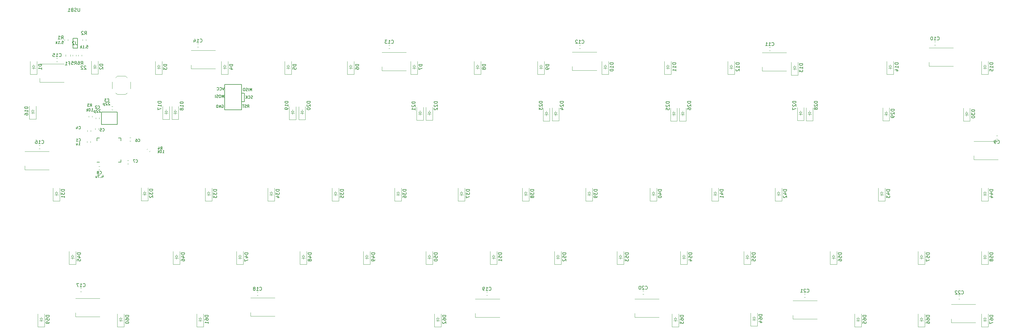
<source format=gbr>
G04 #@! TF.GenerationSoftware,KiCad,Pcbnew,(5.0.1)-3*
G04 #@! TF.CreationDate,2019-05-09T17:35:56-04:00*
G04 #@! TF.ProjectId,mullet-pcb,6D756C6C65742D7063622E6B69636164,rev?*
G04 #@! TF.SameCoordinates,Original*
G04 #@! TF.FileFunction,Legend,Bot*
G04 #@! TF.FilePolarity,Positive*
%FSLAX46Y46*%
G04 Gerber Fmt 4.6, Leading zero omitted, Abs format (unit mm)*
G04 Created by KiCad (PCBNEW (5.0.1)-3) date 5/9/2019 5:35:56 PM*
%MOMM*%
%LPD*%
G01*
G04 APERTURE LIST*
%ADD10C,0.200000*%
%ADD11C,0.120000*%
%ADD12C,0.150000*%
%ADD13C,0.100000*%
%ADD14C,0.203200*%
G04 APERTURE END LIST*
D10*
X60399050Y-31305772D02*
X60475241Y-31267676D01*
X60589527Y-31267676D01*
X60703812Y-31305772D01*
X60780003Y-31381962D01*
X60818098Y-31458152D01*
X60856193Y-31610533D01*
X60856193Y-31724819D01*
X60818098Y-31877200D01*
X60780003Y-31953391D01*
X60703812Y-32029581D01*
X60589527Y-32067676D01*
X60513336Y-32067676D01*
X60399050Y-32029581D01*
X60360955Y-31991486D01*
X60360955Y-31724819D01*
X60513336Y-31724819D01*
X60018098Y-32067676D02*
X60018098Y-31267676D01*
X59560955Y-32067676D01*
X59560955Y-31267676D01*
X59180003Y-32067676D02*
X59180003Y-31267676D01*
X58989527Y-31267676D01*
X58875241Y-31305772D01*
X58799050Y-31381962D01*
X58760955Y-31458152D01*
X58722860Y-31610533D01*
X58722860Y-31724819D01*
X58760955Y-31877200D01*
X58799050Y-31953391D01*
X58875241Y-32029581D01*
X58989527Y-32067676D01*
X59180003Y-32067676D01*
X60947142Y-29063904D02*
X60947142Y-28263904D01*
X60680476Y-28835333D01*
X60413809Y-28263904D01*
X60413809Y-29063904D01*
X59880476Y-28263904D02*
X59728095Y-28263904D01*
X59651904Y-28302000D01*
X59575714Y-28378190D01*
X59537619Y-28530571D01*
X59537619Y-28797238D01*
X59575714Y-28949619D01*
X59651904Y-29025809D01*
X59728095Y-29063904D01*
X59880476Y-29063904D01*
X59956666Y-29025809D01*
X60032857Y-28949619D01*
X60070952Y-28797238D01*
X60070952Y-28530571D01*
X60032857Y-28378190D01*
X59956666Y-28302000D01*
X59880476Y-28263904D01*
X59232857Y-29025809D02*
X59118571Y-29063904D01*
X58928095Y-29063904D01*
X58851904Y-29025809D01*
X58813809Y-28987714D01*
X58775714Y-28911523D01*
X58775714Y-28835333D01*
X58813809Y-28759142D01*
X58851904Y-28721047D01*
X58928095Y-28682952D01*
X59080476Y-28644857D01*
X59156666Y-28606761D01*
X59194761Y-28568666D01*
X59232857Y-28492476D01*
X59232857Y-28416285D01*
X59194761Y-28340095D01*
X59156666Y-28302000D01*
X59080476Y-28263904D01*
X58890000Y-28263904D01*
X58775714Y-28302000D01*
X58432857Y-29063904D02*
X58432857Y-28263904D01*
X61013672Y-26018376D02*
X60747006Y-26818376D01*
X60480339Y-26018376D01*
X59756529Y-26742186D02*
X59794625Y-26780281D01*
X59908910Y-26818376D01*
X59985101Y-26818376D01*
X60099386Y-26780281D01*
X60175577Y-26704091D01*
X60213672Y-26627900D01*
X60251767Y-26475519D01*
X60251767Y-26361233D01*
X60213672Y-26208852D01*
X60175577Y-26132662D01*
X60099386Y-26056472D01*
X59985101Y-26018376D01*
X59908910Y-26018376D01*
X59794625Y-26056472D01*
X59756529Y-26094567D01*
X58956529Y-26742186D02*
X58994625Y-26780281D01*
X59108910Y-26818376D01*
X59185101Y-26818376D01*
X59299386Y-26780281D01*
X59375577Y-26704091D01*
X59413672Y-26627900D01*
X59451767Y-26475519D01*
X59451767Y-26361233D01*
X59413672Y-26208852D01*
X59375577Y-26132662D01*
X59299386Y-26056472D01*
X59185101Y-26018376D01*
X59108910Y-26018376D01*
X58994625Y-26056472D01*
X58956529Y-26094567D01*
X68002095Y-32015183D02*
X68268761Y-31634231D01*
X68459238Y-32015183D02*
X68459238Y-31215183D01*
X68154476Y-31215183D01*
X68078285Y-31253279D01*
X68040190Y-31291374D01*
X68002095Y-31367564D01*
X68002095Y-31481850D01*
X68040190Y-31558040D01*
X68078285Y-31596136D01*
X68154476Y-31634231D01*
X68459238Y-31634231D01*
X67697333Y-31977088D02*
X67583047Y-32015183D01*
X67392571Y-32015183D01*
X67316380Y-31977088D01*
X67278285Y-31938993D01*
X67240190Y-31862802D01*
X67240190Y-31786612D01*
X67278285Y-31710421D01*
X67316380Y-31672326D01*
X67392571Y-31634231D01*
X67544952Y-31596136D01*
X67621142Y-31558040D01*
X67659238Y-31519945D01*
X67697333Y-31443755D01*
X67697333Y-31367564D01*
X67659238Y-31291374D01*
X67621142Y-31253279D01*
X67544952Y-31215183D01*
X67354476Y-31215183D01*
X67240190Y-31253279D01*
X67011619Y-31215183D02*
X66554476Y-31215183D01*
X66783047Y-32015183D02*
X66783047Y-31215183D01*
X69608571Y-29279809D02*
X69494285Y-29317904D01*
X69303809Y-29317904D01*
X69227619Y-29279809D01*
X69189523Y-29241714D01*
X69151428Y-29165523D01*
X69151428Y-29089333D01*
X69189523Y-29013142D01*
X69227619Y-28975047D01*
X69303809Y-28936952D01*
X69456190Y-28898857D01*
X69532380Y-28860761D01*
X69570476Y-28822666D01*
X69608571Y-28746476D01*
X69608571Y-28670285D01*
X69570476Y-28594095D01*
X69532380Y-28556000D01*
X69456190Y-28517904D01*
X69265714Y-28517904D01*
X69151428Y-28556000D01*
X68351428Y-29241714D02*
X68389523Y-29279809D01*
X68503809Y-29317904D01*
X68580000Y-29317904D01*
X68694285Y-29279809D01*
X68770476Y-29203619D01*
X68808571Y-29127428D01*
X68846666Y-28975047D01*
X68846666Y-28860761D01*
X68808571Y-28708380D01*
X68770476Y-28632190D01*
X68694285Y-28556000D01*
X68580000Y-28517904D01*
X68503809Y-28517904D01*
X68389523Y-28556000D01*
X68351428Y-28594095D01*
X68008571Y-29317904D02*
X68008571Y-28517904D01*
X67551428Y-29317904D02*
X67894285Y-28860761D01*
X67551428Y-28517904D02*
X68008571Y-28975047D01*
X69329142Y-27031904D02*
X69329142Y-26231904D01*
X69062476Y-26803333D01*
X68795809Y-26231904D01*
X68795809Y-27031904D01*
X68414857Y-27031904D02*
X68414857Y-26231904D01*
X68072000Y-26993809D02*
X67957714Y-27031904D01*
X67767238Y-27031904D01*
X67691047Y-26993809D01*
X67652952Y-26955714D01*
X67614857Y-26879523D01*
X67614857Y-26803333D01*
X67652952Y-26727142D01*
X67691047Y-26689047D01*
X67767238Y-26650952D01*
X67919619Y-26612857D01*
X67995809Y-26574761D01*
X68033904Y-26536666D01*
X68072000Y-26460476D01*
X68072000Y-26384285D01*
X68033904Y-26308095D01*
X67995809Y-26270000D01*
X67919619Y-26231904D01*
X67729142Y-26231904D01*
X67614857Y-26270000D01*
X67119619Y-26231904D02*
X66967238Y-26231904D01*
X66891047Y-26270000D01*
X66814857Y-26346190D01*
X66776761Y-26498571D01*
X66776761Y-26765238D01*
X66814857Y-26917619D01*
X66891047Y-26993809D01*
X66967238Y-27031904D01*
X67119619Y-27031904D01*
X67195809Y-26993809D01*
X67272000Y-26917619D01*
X67310095Y-26765238D01*
X67310095Y-26498571D01*
X67272000Y-26346190D01*
X67195809Y-26270000D01*
X67119619Y-26231904D01*
D11*
G04 #@! TO.C,LED5*
X115722555Y-15465071D02*
X108422555Y-15465071D01*
X115722555Y-20965071D02*
X108422555Y-20965071D01*
X108422555Y-20965071D02*
X108422555Y-19815071D01*
G04 #@! TO.C,R1*
X14158180Y-11868718D02*
X14158180Y-11543160D01*
X13138180Y-11868718D02*
X13138180Y-11543160D01*
G04 #@! TO.C,R2*
X18544959Y-11868718D02*
X18544959Y-11543160D01*
X19564959Y-11868718D02*
X19564959Y-11543160D01*
G04 #@! TO.C,RESET1*
X28483475Y-23054119D02*
X28933475Y-22604119D01*
X31883475Y-23054119D02*
X31433475Y-22604119D01*
X31883475Y-27654119D02*
X31433475Y-28104119D01*
X28483475Y-27654119D02*
X28933475Y-28104119D01*
X32933475Y-26354119D02*
X32933475Y-24354119D01*
X28933475Y-22604119D02*
X31433475Y-22604119D01*
X27433475Y-26354119D02*
X27433475Y-24354119D01*
X28933475Y-28104119D02*
X31433475Y-28104119D01*
D12*
G04 #@! TO.C,U1*
X30092463Y-48492681D02*
X30092463Y-47717681D01*
X22842463Y-41242681D02*
X22842463Y-42017681D01*
X30092463Y-41242681D02*
X30092463Y-42017681D01*
X22842463Y-48492681D02*
X23617463Y-48492681D01*
X22842463Y-41242681D02*
X23617463Y-41242681D01*
X30092463Y-41242681D02*
X29317463Y-41242681D01*
X30092463Y-48492681D02*
X29317463Y-48492681D01*
D10*
G04 #@! TO.C,X1*
X24206944Y-33369992D02*
X24206944Y-37119992D01*
X24206944Y-37119992D02*
X28956944Y-37119992D01*
X28956944Y-37119992D02*
X28956944Y-33369992D01*
X28956944Y-33369992D02*
X24206944Y-33369992D01*
D11*
G04 #@! TO.C,D1*
X4810000Y-22062000D02*
X2810000Y-22062000D01*
D13*
X3810000Y-19562000D02*
X3810000Y-19062000D01*
X3410000Y-19562000D02*
X3810000Y-20162000D01*
X4210000Y-19562000D02*
X3410000Y-19562000D01*
X3810000Y-20162000D02*
X4210000Y-19562000D01*
X3810000Y-20162000D02*
X3260000Y-20162000D01*
X3810000Y-20162000D02*
X4360000Y-20162000D01*
X3810000Y-20562000D02*
X3810000Y-20162000D01*
D11*
X2810000Y-22062000D02*
X2810000Y-18162000D01*
X4810000Y-22062000D02*
X4810000Y-18162000D01*
G04 #@! TO.C,D2*
X23204539Y-21987368D02*
X21204539Y-21987368D01*
D13*
X22204539Y-19487368D02*
X22204539Y-18987368D01*
X21804539Y-19487368D02*
X22204539Y-20087368D01*
X22604539Y-19487368D02*
X21804539Y-19487368D01*
X22204539Y-20087368D02*
X22604539Y-19487368D01*
X22204539Y-20087368D02*
X21654539Y-20087368D01*
X22204539Y-20087368D02*
X22754539Y-20087368D01*
X22204539Y-20487368D02*
X22204539Y-20087368D01*
D11*
X21204539Y-21987368D02*
X21204539Y-18087368D01*
X23204539Y-21987368D02*
X23204539Y-18087368D01*
G04 #@! TO.C,D3*
X42402000Y-22062000D02*
X40402000Y-22062000D01*
D13*
X41402000Y-19562000D02*
X41402000Y-19062000D01*
X41002000Y-19562000D02*
X41402000Y-20162000D01*
X41802000Y-19562000D02*
X41002000Y-19562000D01*
X41402000Y-20162000D02*
X41802000Y-19562000D01*
X41402000Y-20162000D02*
X40852000Y-20162000D01*
X41402000Y-20162000D02*
X41952000Y-20162000D01*
X41402000Y-20562000D02*
X41402000Y-20162000D01*
D11*
X40402000Y-22062000D02*
X40402000Y-18162000D01*
X42402000Y-22062000D02*
X42402000Y-18162000D01*
G04 #@! TO.C,D4*
X62214000Y-22062000D02*
X60214000Y-22062000D01*
D13*
X61214000Y-19562000D02*
X61214000Y-19062000D01*
X60814000Y-19562000D02*
X61214000Y-20162000D01*
X61614000Y-19562000D02*
X60814000Y-19562000D01*
X61214000Y-20162000D02*
X61614000Y-19562000D01*
X61214000Y-20162000D02*
X60664000Y-20162000D01*
X61214000Y-20162000D02*
X61764000Y-20162000D01*
X61214000Y-20562000D02*
X61214000Y-20162000D01*
D11*
X60214000Y-22062000D02*
X60214000Y-18162000D01*
X62214000Y-22062000D02*
X62214000Y-18162000D01*
G04 #@! TO.C,D5*
X81264000Y-22062000D02*
X79264000Y-22062000D01*
D13*
X80264000Y-19562000D02*
X80264000Y-19062000D01*
X79864000Y-19562000D02*
X80264000Y-20162000D01*
X80664000Y-19562000D02*
X79864000Y-19562000D01*
X80264000Y-20162000D02*
X80664000Y-19562000D01*
X80264000Y-20162000D02*
X79714000Y-20162000D01*
X80264000Y-20162000D02*
X80814000Y-20162000D01*
X80264000Y-20562000D02*
X80264000Y-20162000D01*
D11*
X79264000Y-22062000D02*
X79264000Y-18162000D01*
X81264000Y-22062000D02*
X81264000Y-18162000D01*
G04 #@! TO.C,D6*
X100060000Y-22062000D02*
X98060000Y-22062000D01*
D13*
X99060000Y-19562000D02*
X99060000Y-19062000D01*
X98660000Y-19562000D02*
X99060000Y-20162000D01*
X99460000Y-19562000D02*
X98660000Y-19562000D01*
X99060000Y-20162000D02*
X99460000Y-19562000D01*
X99060000Y-20162000D02*
X98510000Y-20162000D01*
X99060000Y-20162000D02*
X99610000Y-20162000D01*
X99060000Y-20562000D02*
X99060000Y-20162000D01*
D11*
X98060000Y-22062000D02*
X98060000Y-18162000D01*
X100060000Y-22062000D02*
X100060000Y-18162000D01*
G04 #@! TO.C,D7*
X119110000Y-22062000D02*
X117110000Y-22062000D01*
D13*
X118110000Y-19562000D02*
X118110000Y-19062000D01*
X117710000Y-19562000D02*
X118110000Y-20162000D01*
X118510000Y-19562000D02*
X117710000Y-19562000D01*
X118110000Y-20162000D02*
X118510000Y-19562000D01*
X118110000Y-20162000D02*
X117560000Y-20162000D01*
X118110000Y-20162000D02*
X118660000Y-20162000D01*
X118110000Y-20562000D02*
X118110000Y-20162000D01*
D11*
X117110000Y-22062000D02*
X117110000Y-18162000D01*
X119110000Y-22062000D02*
X119110000Y-18162000D01*
G04 #@! TO.C,D8*
X138160000Y-22062000D02*
X136160000Y-22062000D01*
D13*
X137160000Y-19562000D02*
X137160000Y-19062000D01*
X136760000Y-19562000D02*
X137160000Y-20162000D01*
X137560000Y-19562000D02*
X136760000Y-19562000D01*
X137160000Y-20162000D02*
X137560000Y-19562000D01*
X137160000Y-20162000D02*
X136610000Y-20162000D01*
X137160000Y-20162000D02*
X137710000Y-20162000D01*
X137160000Y-20562000D02*
X137160000Y-20162000D01*
D11*
X136160000Y-22062000D02*
X136160000Y-18162000D01*
X138160000Y-22062000D02*
X138160000Y-18162000D01*
G04 #@! TO.C,D9*
X157210000Y-22062000D02*
X155210000Y-22062000D01*
D13*
X156210000Y-19562000D02*
X156210000Y-19062000D01*
X155810000Y-19562000D02*
X156210000Y-20162000D01*
X156610000Y-19562000D02*
X155810000Y-19562000D01*
X156210000Y-20162000D02*
X156610000Y-19562000D01*
X156210000Y-20162000D02*
X155660000Y-20162000D01*
X156210000Y-20162000D02*
X156760000Y-20162000D01*
X156210000Y-20562000D02*
X156210000Y-20162000D01*
D11*
X155210000Y-22062000D02*
X155210000Y-18162000D01*
X157210000Y-22062000D02*
X157210000Y-18162000D01*
G04 #@! TO.C,D10*
X176514000Y-22062000D02*
X176514000Y-18162000D01*
X174514000Y-22062000D02*
X174514000Y-18162000D01*
D13*
X175514000Y-20562000D02*
X175514000Y-20162000D01*
X175514000Y-20162000D02*
X176064000Y-20162000D01*
X175514000Y-20162000D02*
X174964000Y-20162000D01*
X175514000Y-20162000D02*
X175914000Y-19562000D01*
X175914000Y-19562000D02*
X175114000Y-19562000D01*
X175114000Y-19562000D02*
X175514000Y-20162000D01*
X175514000Y-19562000D02*
X175514000Y-19062000D01*
D11*
X176514000Y-22062000D02*
X174514000Y-22062000D01*
G04 #@! TO.C,D11*
X195310000Y-22062000D02*
X195310000Y-18162000D01*
X193310000Y-22062000D02*
X193310000Y-18162000D01*
D13*
X194310000Y-20562000D02*
X194310000Y-20162000D01*
X194310000Y-20162000D02*
X194860000Y-20162000D01*
X194310000Y-20162000D02*
X193760000Y-20162000D01*
X194310000Y-20162000D02*
X194710000Y-19562000D01*
X194710000Y-19562000D02*
X193910000Y-19562000D01*
X193910000Y-19562000D02*
X194310000Y-20162000D01*
X194310000Y-19562000D02*
X194310000Y-19062000D01*
D11*
X195310000Y-22062000D02*
X193310000Y-22062000D01*
G04 #@! TO.C,D12*
X214360000Y-22062000D02*
X214360000Y-18162000D01*
X212360000Y-22062000D02*
X212360000Y-18162000D01*
D13*
X213360000Y-20562000D02*
X213360000Y-20162000D01*
X213360000Y-20162000D02*
X213910000Y-20162000D01*
X213360000Y-20162000D02*
X212810000Y-20162000D01*
X213360000Y-20162000D02*
X213760000Y-19562000D01*
X213760000Y-19562000D02*
X212960000Y-19562000D01*
X212960000Y-19562000D02*
X213360000Y-20162000D01*
X213360000Y-19562000D02*
X213360000Y-19062000D01*
D11*
X214360000Y-22062000D02*
X212360000Y-22062000D01*
G04 #@! TO.C,D13*
X233410000Y-22316000D02*
X233410000Y-18416000D01*
X231410000Y-22316000D02*
X231410000Y-18416000D01*
D13*
X232410000Y-20816000D02*
X232410000Y-20416000D01*
X232410000Y-20416000D02*
X232960000Y-20416000D01*
X232410000Y-20416000D02*
X231860000Y-20416000D01*
X232410000Y-20416000D02*
X232810000Y-19816000D01*
X232810000Y-19816000D02*
X232010000Y-19816000D01*
X232010000Y-19816000D02*
X232410000Y-20416000D01*
X232410000Y-19816000D02*
X232410000Y-19316000D01*
D11*
X233410000Y-22316000D02*
X231410000Y-22316000D01*
G04 #@! TO.C,D14*
X262112000Y-22062000D02*
X262112000Y-18162000D01*
X260112000Y-22062000D02*
X260112000Y-18162000D01*
D13*
X261112000Y-20562000D02*
X261112000Y-20162000D01*
X261112000Y-20162000D02*
X261662000Y-20162000D01*
X261112000Y-20162000D02*
X260562000Y-20162000D01*
X261112000Y-20162000D02*
X261512000Y-19562000D01*
X261512000Y-19562000D02*
X260712000Y-19562000D01*
X260712000Y-19562000D02*
X261112000Y-20162000D01*
X261112000Y-19562000D02*
X261112000Y-19062000D01*
D11*
X262112000Y-22062000D02*
X260112000Y-22062000D01*
G04 #@! TO.C,D15*
X290560000Y-22062000D02*
X290560000Y-18162000D01*
X288560000Y-22062000D02*
X288560000Y-18162000D01*
D13*
X289560000Y-20562000D02*
X289560000Y-20162000D01*
X289560000Y-20162000D02*
X290110000Y-20162000D01*
X289560000Y-20162000D02*
X289010000Y-20162000D01*
X289560000Y-20162000D02*
X289960000Y-19562000D01*
X289960000Y-19562000D02*
X289160000Y-19562000D01*
X289160000Y-19562000D02*
X289560000Y-20162000D01*
X289560000Y-19562000D02*
X289560000Y-19062000D01*
D11*
X290560000Y-22062000D02*
X288560000Y-22062000D01*
G04 #@! TO.C,D16*
X4569524Y-35530562D02*
X4569524Y-31630562D01*
X2569524Y-35530562D02*
X2569524Y-31630562D01*
D13*
X3569524Y-34030562D02*
X3569524Y-33630562D01*
X3569524Y-33630562D02*
X4119524Y-33630562D01*
X3569524Y-33630562D02*
X3019524Y-33630562D01*
X3569524Y-33630562D02*
X3969524Y-33030562D01*
X3969524Y-33030562D02*
X3169524Y-33030562D01*
X3169524Y-33030562D02*
X3569524Y-33630562D01*
X3569524Y-33030562D02*
X3569524Y-32530562D01*
D11*
X4569524Y-35530562D02*
X2569524Y-35530562D01*
G04 #@! TO.C,D17*
X44621683Y-35635548D02*
X42621683Y-35635548D01*
D13*
X43621683Y-33135548D02*
X43621683Y-32635548D01*
X43221683Y-33135548D02*
X43621683Y-33735548D01*
X44021683Y-33135548D02*
X43221683Y-33135548D01*
X43621683Y-33735548D02*
X44021683Y-33135548D01*
X43621683Y-33735548D02*
X43071683Y-33735548D01*
X43621683Y-33735548D02*
X44171683Y-33735548D01*
X43621683Y-34135548D02*
X43621683Y-33735548D01*
D11*
X42621683Y-35635548D02*
X42621683Y-31735548D01*
X44621683Y-35635548D02*
X44621683Y-31735548D01*
G04 #@! TO.C,D18*
X47351319Y-35635548D02*
X47351319Y-31735548D01*
X45351319Y-35635548D02*
X45351319Y-31735548D01*
D13*
X46351319Y-34135548D02*
X46351319Y-33735548D01*
X46351319Y-33735548D02*
X46901319Y-33735548D01*
X46351319Y-33735548D02*
X45801319Y-33735548D01*
X46351319Y-33735548D02*
X46751319Y-33135548D01*
X46751319Y-33135548D02*
X45951319Y-33135548D01*
X45951319Y-33135548D02*
X46351319Y-33735548D01*
X46351319Y-33135548D02*
X46351319Y-32635548D01*
D11*
X47351319Y-35635548D02*
X45351319Y-35635548D01*
G04 #@! TO.C,D19*
X82626615Y-35688041D02*
X82626615Y-31788041D01*
X80626615Y-35688041D02*
X80626615Y-31788041D01*
D13*
X81626615Y-34188041D02*
X81626615Y-33788041D01*
X81626615Y-33788041D02*
X82176615Y-33788041D01*
X81626615Y-33788041D02*
X81076615Y-33788041D01*
X81626615Y-33788041D02*
X82026615Y-33188041D01*
X82026615Y-33188041D02*
X81226615Y-33188041D01*
X81226615Y-33188041D02*
X81626615Y-33788041D01*
X81626615Y-33188041D02*
X81626615Y-32688041D01*
D11*
X82626615Y-35688041D02*
X80626615Y-35688041D01*
G04 #@! TO.C,D20*
X85461237Y-35688041D02*
X85461237Y-31788041D01*
X83461237Y-35688041D02*
X83461237Y-31788041D01*
D13*
X84461237Y-34188041D02*
X84461237Y-33788041D01*
X84461237Y-33788041D02*
X85011237Y-33788041D01*
X84461237Y-33788041D02*
X83911237Y-33788041D01*
X84461237Y-33788041D02*
X84861237Y-33188041D01*
X84861237Y-33188041D02*
X84061237Y-33188041D01*
X84061237Y-33188041D02*
X84461237Y-33788041D01*
X84461237Y-33188041D02*
X84461237Y-32688041D01*
D11*
X85461237Y-35688041D02*
X83461237Y-35688041D01*
G04 #@! TO.C,D21*
X120894012Y-35898013D02*
X120894012Y-31998013D01*
X118894012Y-35898013D02*
X118894012Y-31998013D01*
D13*
X119894012Y-34398013D02*
X119894012Y-33998013D01*
X119894012Y-33998013D02*
X120444012Y-33998013D01*
X119894012Y-33998013D02*
X119344012Y-33998013D01*
X119894012Y-33998013D02*
X120294012Y-33398013D01*
X120294012Y-33398013D02*
X119494012Y-33398013D01*
X119494012Y-33398013D02*
X119894012Y-33998013D01*
X119894012Y-33398013D02*
X119894012Y-32898013D01*
D11*
X120894012Y-35898013D02*
X118894012Y-35898013D01*
G04 #@! TO.C,D22*
X123676141Y-35898013D02*
X123676141Y-31998013D01*
X121676141Y-35898013D02*
X121676141Y-31998013D01*
D13*
X122676141Y-34398013D02*
X122676141Y-33998013D01*
X122676141Y-33998013D02*
X123226141Y-33998013D01*
X122676141Y-33998013D02*
X122126141Y-33998013D01*
X122676141Y-33998013D02*
X123076141Y-33398013D01*
X123076141Y-33398013D02*
X122276141Y-33398013D01*
X122276141Y-33398013D02*
X122676141Y-33998013D01*
X122676141Y-33398013D02*
X122676141Y-32898013D01*
D11*
X123676141Y-35898013D02*
X121676141Y-35898013D01*
G04 #@! TO.C,D23*
X158846451Y-36107985D02*
X158846451Y-32207985D01*
X156846451Y-36107985D02*
X156846451Y-32207985D01*
D13*
X157846451Y-34607985D02*
X157846451Y-34207985D01*
X157846451Y-34207985D02*
X158396451Y-34207985D01*
X157846451Y-34207985D02*
X157296451Y-34207985D01*
X157846451Y-34207985D02*
X158246451Y-33607985D01*
X158246451Y-33607985D02*
X157446451Y-33607985D01*
X157446451Y-33607985D02*
X157846451Y-34207985D01*
X157846451Y-33607985D02*
X157846451Y-33107985D01*
D11*
X158846451Y-36107985D02*
X156846451Y-36107985D01*
G04 #@! TO.C,D24*
X161628580Y-36055492D02*
X161628580Y-32155492D01*
X159628580Y-36055492D02*
X159628580Y-32155492D01*
D13*
X160628580Y-34555492D02*
X160628580Y-34155492D01*
X160628580Y-34155492D02*
X161178580Y-34155492D01*
X160628580Y-34155492D02*
X160078580Y-34155492D01*
X160628580Y-34155492D02*
X161028580Y-33555492D01*
X161028580Y-33555492D02*
X160228580Y-33555492D01*
X160228580Y-33555492D02*
X160628580Y-34155492D01*
X160628580Y-33555492D02*
X160628580Y-33055492D01*
D11*
X161628580Y-36055492D02*
X159628580Y-36055492D01*
G04 #@! TO.C,D25*
X197113848Y-36107985D02*
X195113848Y-36107985D01*
D13*
X196113848Y-33607985D02*
X196113848Y-33107985D01*
X195713848Y-33607985D02*
X196113848Y-34207985D01*
X196513848Y-33607985D02*
X195713848Y-33607985D01*
X196113848Y-34207985D02*
X196513848Y-33607985D01*
X196113848Y-34207985D02*
X195563848Y-34207985D01*
X196113848Y-34207985D02*
X196663848Y-34207985D01*
X196113848Y-34607985D02*
X196113848Y-34207985D01*
D11*
X195113848Y-36107985D02*
X195113848Y-32207985D01*
X197113848Y-36107985D02*
X197113848Y-32207985D01*
G04 #@! TO.C,D26*
X199790991Y-36107985D02*
X199790991Y-32207985D01*
X197790991Y-36107985D02*
X197790991Y-32207985D01*
D13*
X198790991Y-34607985D02*
X198790991Y-34207985D01*
X198790991Y-34207985D02*
X199340991Y-34207985D01*
X198790991Y-34207985D02*
X198240991Y-34207985D01*
X198790991Y-34207985D02*
X199190991Y-33607985D01*
X199190991Y-33607985D02*
X198390991Y-33607985D01*
X198390991Y-33607985D02*
X198790991Y-34207985D01*
X198790991Y-33607985D02*
X198790991Y-33107985D01*
D11*
X199790991Y-36107985D02*
X197790991Y-36107985D01*
G04 #@! TO.C,D27*
X235223766Y-35950506D02*
X235223766Y-32050506D01*
X233223766Y-35950506D02*
X233223766Y-32050506D01*
D13*
X234223766Y-34450506D02*
X234223766Y-34050506D01*
X234223766Y-34050506D02*
X234773766Y-34050506D01*
X234223766Y-34050506D02*
X233673766Y-34050506D01*
X234223766Y-34050506D02*
X234623766Y-33450506D01*
X234623766Y-33450506D02*
X233823766Y-33450506D01*
X233823766Y-33450506D02*
X234223766Y-34050506D01*
X234223766Y-33450506D02*
X234223766Y-32950506D01*
D11*
X235223766Y-35950506D02*
X233223766Y-35950506D01*
G04 #@! TO.C,D28*
X237900909Y-36002999D02*
X237900909Y-32102999D01*
X235900909Y-36002999D02*
X235900909Y-32102999D01*
D13*
X236900909Y-34502999D02*
X236900909Y-34102999D01*
X236900909Y-34102999D02*
X237450909Y-34102999D01*
X236900909Y-34102999D02*
X236350909Y-34102999D01*
X236900909Y-34102999D02*
X237300909Y-33502999D01*
X237300909Y-33502999D02*
X236500909Y-33502999D01*
X236500909Y-33502999D02*
X236900909Y-34102999D01*
X236900909Y-33502999D02*
X236900909Y-33002999D01*
D11*
X237900909Y-36002999D02*
X235900909Y-36002999D01*
G04 #@! TO.C,D29*
X260892843Y-36055492D02*
X260892843Y-32155492D01*
X258892843Y-36055492D02*
X258892843Y-32155492D01*
D13*
X259892843Y-34555492D02*
X259892843Y-34155492D01*
X259892843Y-34155492D02*
X260442843Y-34155492D01*
X259892843Y-34155492D02*
X259342843Y-34155492D01*
X259892843Y-34155492D02*
X260292843Y-33555492D01*
X260292843Y-33555492D02*
X259492843Y-33555492D01*
X259492843Y-33555492D02*
X259892843Y-34155492D01*
X259892843Y-33555492D02*
X259892843Y-33055492D01*
D11*
X260892843Y-36055492D02*
X258892843Y-36055492D01*
G04 #@! TO.C,D30*
X285092116Y-36160478D02*
X285092116Y-32260478D01*
X283092116Y-36160478D02*
X283092116Y-32260478D01*
D13*
X284092116Y-34660478D02*
X284092116Y-34260478D01*
X284092116Y-34260478D02*
X284642116Y-34260478D01*
X284092116Y-34260478D02*
X283542116Y-34260478D01*
X284092116Y-34260478D02*
X284492116Y-33660478D01*
X284492116Y-33660478D02*
X283692116Y-33660478D01*
X283692116Y-33660478D02*
X284092116Y-34260478D01*
X284092116Y-33660478D02*
X284092116Y-33160478D01*
D11*
X285092116Y-36160478D02*
X283092116Y-36160478D01*
G04 #@! TO.C,D31*
X11668000Y-60162000D02*
X11668000Y-56262000D01*
X9668000Y-60162000D02*
X9668000Y-56262000D01*
D13*
X10668000Y-58662000D02*
X10668000Y-58262000D01*
X10668000Y-58262000D02*
X11218000Y-58262000D01*
X10668000Y-58262000D02*
X10118000Y-58262000D01*
X10668000Y-58262000D02*
X11068000Y-57662000D01*
X11068000Y-57662000D02*
X10268000Y-57662000D01*
X10268000Y-57662000D02*
X10668000Y-58262000D01*
X10668000Y-57662000D02*
X10668000Y-57162000D01*
D11*
X11668000Y-60162000D02*
X9668000Y-60162000D01*
G04 #@! TO.C,D32*
X38165044Y-60097286D02*
X38165044Y-56197286D01*
X36165044Y-60097286D02*
X36165044Y-56197286D01*
D13*
X37165044Y-58597286D02*
X37165044Y-58197286D01*
X37165044Y-58197286D02*
X37715044Y-58197286D01*
X37165044Y-58197286D02*
X36615044Y-58197286D01*
X37165044Y-58197286D02*
X37565044Y-57597286D01*
X37565044Y-57597286D02*
X36765044Y-57597286D01*
X36765044Y-57597286D02*
X37165044Y-58197286D01*
X37165044Y-57597286D02*
X37165044Y-57097286D01*
D11*
X38165044Y-60097286D02*
X36165044Y-60097286D01*
G04 #@! TO.C,D33*
X57388000Y-60162000D02*
X57388000Y-56262000D01*
X55388000Y-60162000D02*
X55388000Y-56262000D01*
D13*
X56388000Y-58662000D02*
X56388000Y-58262000D01*
X56388000Y-58262000D02*
X56938000Y-58262000D01*
X56388000Y-58262000D02*
X55838000Y-58262000D01*
X56388000Y-58262000D02*
X56788000Y-57662000D01*
X56788000Y-57662000D02*
X55988000Y-57662000D01*
X55988000Y-57662000D02*
X56388000Y-58262000D01*
X56388000Y-57662000D02*
X56388000Y-57162000D01*
D11*
X57388000Y-60162000D02*
X55388000Y-60162000D01*
G04 #@! TO.C,D34*
X76184000Y-60162000D02*
X74184000Y-60162000D01*
D13*
X75184000Y-57662000D02*
X75184000Y-57162000D01*
X74784000Y-57662000D02*
X75184000Y-58262000D01*
X75584000Y-57662000D02*
X74784000Y-57662000D01*
X75184000Y-58262000D02*
X75584000Y-57662000D01*
X75184000Y-58262000D02*
X74634000Y-58262000D01*
X75184000Y-58262000D02*
X75734000Y-58262000D01*
X75184000Y-58662000D02*
X75184000Y-58262000D01*
D11*
X74184000Y-60162000D02*
X74184000Y-56262000D01*
X76184000Y-60162000D02*
X76184000Y-56262000D01*
G04 #@! TO.C,D35*
X95488000Y-60162000D02*
X93488000Y-60162000D01*
D13*
X94488000Y-57662000D02*
X94488000Y-57162000D01*
X94088000Y-57662000D02*
X94488000Y-58262000D01*
X94888000Y-57662000D02*
X94088000Y-57662000D01*
X94488000Y-58262000D02*
X94888000Y-57662000D01*
X94488000Y-58262000D02*
X93938000Y-58262000D01*
X94488000Y-58262000D02*
X95038000Y-58262000D01*
X94488000Y-58662000D02*
X94488000Y-58262000D01*
D11*
X93488000Y-60162000D02*
X93488000Y-56262000D01*
X95488000Y-60162000D02*
X95488000Y-56262000D01*
G04 #@! TO.C,D36*
X114284000Y-60162000D02*
X112284000Y-60162000D01*
D13*
X113284000Y-57662000D02*
X113284000Y-57162000D01*
X112884000Y-57662000D02*
X113284000Y-58262000D01*
X113684000Y-57662000D02*
X112884000Y-57662000D01*
X113284000Y-58262000D02*
X113684000Y-57662000D01*
X113284000Y-58262000D02*
X112734000Y-58262000D01*
X113284000Y-58262000D02*
X113834000Y-58262000D01*
X113284000Y-58662000D02*
X113284000Y-58262000D01*
D11*
X112284000Y-60162000D02*
X112284000Y-56262000D01*
X114284000Y-60162000D02*
X114284000Y-56262000D01*
G04 #@! TO.C,D37*
X133334000Y-60162000D02*
X131334000Y-60162000D01*
D13*
X132334000Y-57662000D02*
X132334000Y-57162000D01*
X131934000Y-57662000D02*
X132334000Y-58262000D01*
X132734000Y-57662000D02*
X131934000Y-57662000D01*
X132334000Y-58262000D02*
X132734000Y-57662000D01*
X132334000Y-58262000D02*
X131784000Y-58262000D01*
X132334000Y-58262000D02*
X132884000Y-58262000D01*
X132334000Y-58662000D02*
X132334000Y-58262000D01*
D11*
X131334000Y-60162000D02*
X131334000Y-56262000D01*
X133334000Y-60162000D02*
X133334000Y-56262000D01*
G04 #@! TO.C,D38*
X152638000Y-60162000D02*
X150638000Y-60162000D01*
D13*
X151638000Y-57662000D02*
X151638000Y-57162000D01*
X151238000Y-57662000D02*
X151638000Y-58262000D01*
X152038000Y-57662000D02*
X151238000Y-57662000D01*
X151638000Y-58262000D02*
X152038000Y-57662000D01*
X151638000Y-58262000D02*
X151088000Y-58262000D01*
X151638000Y-58262000D02*
X152188000Y-58262000D01*
X151638000Y-58662000D02*
X151638000Y-58262000D01*
D11*
X150638000Y-60162000D02*
X150638000Y-56262000D01*
X152638000Y-60162000D02*
X152638000Y-56262000D01*
G04 #@! TO.C,D39*
X171688000Y-60162000D02*
X171688000Y-56262000D01*
X169688000Y-60162000D02*
X169688000Y-56262000D01*
D13*
X170688000Y-58662000D02*
X170688000Y-58262000D01*
X170688000Y-58262000D02*
X171238000Y-58262000D01*
X170688000Y-58262000D02*
X170138000Y-58262000D01*
X170688000Y-58262000D02*
X171088000Y-57662000D01*
X171088000Y-57662000D02*
X170288000Y-57662000D01*
X170288000Y-57662000D02*
X170688000Y-58262000D01*
X170688000Y-57662000D02*
X170688000Y-57162000D01*
D11*
X171688000Y-60162000D02*
X169688000Y-60162000D01*
G04 #@! TO.C,D40*
X190992000Y-60162000D02*
X188992000Y-60162000D01*
D13*
X189992000Y-57662000D02*
X189992000Y-57162000D01*
X189592000Y-57662000D02*
X189992000Y-58262000D01*
X190392000Y-57662000D02*
X189592000Y-57662000D01*
X189992000Y-58262000D02*
X190392000Y-57662000D01*
X189992000Y-58262000D02*
X189442000Y-58262000D01*
X189992000Y-58262000D02*
X190542000Y-58262000D01*
X189992000Y-58662000D02*
X189992000Y-58262000D01*
D11*
X188992000Y-60162000D02*
X188992000Y-56262000D01*
X190992000Y-60162000D02*
X190992000Y-56262000D01*
G04 #@! TO.C,D41*
X209534000Y-60162000D02*
X207534000Y-60162000D01*
D13*
X208534000Y-57662000D02*
X208534000Y-57162000D01*
X208134000Y-57662000D02*
X208534000Y-58262000D01*
X208934000Y-57662000D02*
X208134000Y-57662000D01*
X208534000Y-58262000D02*
X208934000Y-57662000D01*
X208534000Y-58262000D02*
X207984000Y-58262000D01*
X208534000Y-58262000D02*
X209084000Y-58262000D01*
X208534000Y-58662000D02*
X208534000Y-58262000D01*
D11*
X207534000Y-60162000D02*
X207534000Y-56262000D01*
X209534000Y-60162000D02*
X209534000Y-56262000D01*
G04 #@! TO.C,D42*
X228584000Y-60162000D02*
X226584000Y-60162000D01*
D13*
X227584000Y-57662000D02*
X227584000Y-57162000D01*
X227184000Y-57662000D02*
X227584000Y-58262000D01*
X227984000Y-57662000D02*
X227184000Y-57662000D01*
X227584000Y-58262000D02*
X227984000Y-57662000D01*
X227584000Y-58262000D02*
X227034000Y-58262000D01*
X227584000Y-58262000D02*
X228134000Y-58262000D01*
X227584000Y-58662000D02*
X227584000Y-58262000D01*
D11*
X226584000Y-60162000D02*
X226584000Y-56262000D01*
X228584000Y-60162000D02*
X228584000Y-56262000D01*
G04 #@! TO.C,D43*
X259572000Y-60162000D02*
X257572000Y-60162000D01*
D13*
X258572000Y-57662000D02*
X258572000Y-57162000D01*
X258172000Y-57662000D02*
X258572000Y-58262000D01*
X258972000Y-57662000D02*
X258172000Y-57662000D01*
X258572000Y-58262000D02*
X258972000Y-57662000D01*
X258572000Y-58262000D02*
X258022000Y-58262000D01*
X258572000Y-58262000D02*
X259122000Y-58262000D01*
X258572000Y-58662000D02*
X258572000Y-58262000D01*
D11*
X257572000Y-60162000D02*
X257572000Y-56262000D01*
X259572000Y-60162000D02*
X259572000Y-56262000D01*
G04 #@! TO.C,D44*
X290560000Y-60162000D02*
X288560000Y-60162000D01*
D13*
X289560000Y-57662000D02*
X289560000Y-57162000D01*
X289160000Y-57662000D02*
X289560000Y-58262000D01*
X289960000Y-57662000D02*
X289160000Y-57662000D01*
X289560000Y-58262000D02*
X289960000Y-57662000D01*
X289560000Y-58262000D02*
X289010000Y-58262000D01*
X289560000Y-58262000D02*
X290110000Y-58262000D01*
X289560000Y-58662000D02*
X289560000Y-58262000D01*
D11*
X288560000Y-60162000D02*
X288560000Y-56262000D01*
X290560000Y-60162000D02*
X290560000Y-56262000D01*
G04 #@! TO.C,D45*
X16494000Y-79212000D02*
X14494000Y-79212000D01*
D13*
X15494000Y-76712000D02*
X15494000Y-76212000D01*
X15094000Y-76712000D02*
X15494000Y-77312000D01*
X15894000Y-76712000D02*
X15094000Y-76712000D01*
X15494000Y-77312000D02*
X15894000Y-76712000D01*
X15494000Y-77312000D02*
X14944000Y-77312000D01*
X15494000Y-77312000D02*
X16044000Y-77312000D01*
X15494000Y-77712000D02*
X15494000Y-77312000D01*
D11*
X14494000Y-79212000D02*
X14494000Y-75312000D01*
X16494000Y-79212000D02*
X16494000Y-75312000D01*
G04 #@! TO.C,D46*
X47736000Y-79212000D02*
X45736000Y-79212000D01*
D13*
X46736000Y-76712000D02*
X46736000Y-76212000D01*
X46336000Y-76712000D02*
X46736000Y-77312000D01*
X47136000Y-76712000D02*
X46336000Y-76712000D01*
X46736000Y-77312000D02*
X47136000Y-76712000D01*
X46736000Y-77312000D02*
X46186000Y-77312000D01*
X46736000Y-77312000D02*
X47286000Y-77312000D01*
X46736000Y-77712000D02*
X46736000Y-77312000D01*
D11*
X45736000Y-79212000D02*
X45736000Y-75312000D01*
X47736000Y-79212000D02*
X47736000Y-75312000D01*
G04 #@! TO.C,D47*
X66786000Y-79212000D02*
X64786000Y-79212000D01*
D13*
X65786000Y-76712000D02*
X65786000Y-76212000D01*
X65386000Y-76712000D02*
X65786000Y-77312000D01*
X66186000Y-76712000D02*
X65386000Y-76712000D01*
X65786000Y-77312000D02*
X66186000Y-76712000D01*
X65786000Y-77312000D02*
X65236000Y-77312000D01*
X65786000Y-77312000D02*
X66336000Y-77312000D01*
X65786000Y-77712000D02*
X65786000Y-77312000D01*
D11*
X64786000Y-79212000D02*
X64786000Y-75312000D01*
X66786000Y-79212000D02*
X66786000Y-75312000D01*
G04 #@! TO.C,D48*
X85836000Y-79212000D02*
X83836000Y-79212000D01*
D13*
X84836000Y-76712000D02*
X84836000Y-76212000D01*
X84436000Y-76712000D02*
X84836000Y-77312000D01*
X85236000Y-76712000D02*
X84436000Y-76712000D01*
X84836000Y-77312000D02*
X85236000Y-76712000D01*
X84836000Y-77312000D02*
X84286000Y-77312000D01*
X84836000Y-77312000D02*
X85386000Y-77312000D01*
X84836000Y-77712000D02*
X84836000Y-77312000D01*
D11*
X83836000Y-79212000D02*
X83836000Y-75312000D01*
X85836000Y-79212000D02*
X85836000Y-75312000D01*
G04 #@! TO.C,D49*
X104886000Y-79212000D02*
X102886000Y-79212000D01*
D13*
X103886000Y-76712000D02*
X103886000Y-76212000D01*
X103486000Y-76712000D02*
X103886000Y-77312000D01*
X104286000Y-76712000D02*
X103486000Y-76712000D01*
X103886000Y-77312000D02*
X104286000Y-76712000D01*
X103886000Y-77312000D02*
X103336000Y-77312000D01*
X103886000Y-77312000D02*
X104436000Y-77312000D01*
X103886000Y-77712000D02*
X103886000Y-77312000D01*
D11*
X102886000Y-79212000D02*
X102886000Y-75312000D01*
X104886000Y-79212000D02*
X104886000Y-75312000D01*
G04 #@! TO.C,D50*
X123682000Y-79212000D02*
X121682000Y-79212000D01*
D13*
X122682000Y-76712000D02*
X122682000Y-76212000D01*
X122282000Y-76712000D02*
X122682000Y-77312000D01*
X123082000Y-76712000D02*
X122282000Y-76712000D01*
X122682000Y-77312000D02*
X123082000Y-76712000D01*
X122682000Y-77312000D02*
X122132000Y-77312000D01*
X122682000Y-77312000D02*
X123232000Y-77312000D01*
X122682000Y-77712000D02*
X122682000Y-77312000D01*
D11*
X121682000Y-79212000D02*
X121682000Y-75312000D01*
X123682000Y-79212000D02*
X123682000Y-75312000D01*
G04 #@! TO.C,D51*
X142986000Y-79212000D02*
X142986000Y-75312000D01*
X140986000Y-79212000D02*
X140986000Y-75312000D01*
D13*
X141986000Y-77712000D02*
X141986000Y-77312000D01*
X141986000Y-77312000D02*
X142536000Y-77312000D01*
X141986000Y-77312000D02*
X141436000Y-77312000D01*
X141986000Y-77312000D02*
X142386000Y-76712000D01*
X142386000Y-76712000D02*
X141586000Y-76712000D01*
X141586000Y-76712000D02*
X141986000Y-77312000D01*
X141986000Y-76712000D02*
X141986000Y-76212000D01*
D11*
X142986000Y-79212000D02*
X140986000Y-79212000D01*
G04 #@! TO.C,D52*
X162290000Y-79212000D02*
X162290000Y-75312000D01*
X160290000Y-79212000D02*
X160290000Y-75312000D01*
D13*
X161290000Y-77712000D02*
X161290000Y-77312000D01*
X161290000Y-77312000D02*
X161840000Y-77312000D01*
X161290000Y-77312000D02*
X160740000Y-77312000D01*
X161290000Y-77312000D02*
X161690000Y-76712000D01*
X161690000Y-76712000D02*
X160890000Y-76712000D01*
X160890000Y-76712000D02*
X161290000Y-77312000D01*
X161290000Y-76712000D02*
X161290000Y-76212000D01*
D11*
X162290000Y-79212000D02*
X160290000Y-79212000D01*
G04 #@! TO.C,D53*
X181086000Y-79212000D02*
X179086000Y-79212000D01*
D13*
X180086000Y-76712000D02*
X180086000Y-76212000D01*
X179686000Y-76712000D02*
X180086000Y-77312000D01*
X180486000Y-76712000D02*
X179686000Y-76712000D01*
X180086000Y-77312000D02*
X180486000Y-76712000D01*
X180086000Y-77312000D02*
X179536000Y-77312000D01*
X180086000Y-77312000D02*
X180636000Y-77312000D01*
X180086000Y-77712000D02*
X180086000Y-77312000D01*
D11*
X179086000Y-79212000D02*
X179086000Y-75312000D01*
X181086000Y-79212000D02*
X181086000Y-75312000D01*
G04 #@! TO.C,D54*
X200136000Y-79212000D02*
X198136000Y-79212000D01*
D13*
X199136000Y-76712000D02*
X199136000Y-76212000D01*
X198736000Y-76712000D02*
X199136000Y-77312000D01*
X199536000Y-76712000D02*
X198736000Y-76712000D01*
X199136000Y-77312000D02*
X199536000Y-76712000D01*
X199136000Y-77312000D02*
X198586000Y-77312000D01*
X199136000Y-77312000D02*
X199686000Y-77312000D01*
X199136000Y-77712000D02*
X199136000Y-77312000D01*
D11*
X198136000Y-79212000D02*
X198136000Y-75312000D01*
X200136000Y-79212000D02*
X200136000Y-75312000D01*
G04 #@! TO.C,D55*
X219186000Y-79212000D02*
X217186000Y-79212000D01*
D13*
X218186000Y-76712000D02*
X218186000Y-76212000D01*
X217786000Y-76712000D02*
X218186000Y-77312000D01*
X218586000Y-76712000D02*
X217786000Y-76712000D01*
X218186000Y-77312000D02*
X218586000Y-76712000D01*
X218186000Y-77312000D02*
X217636000Y-77312000D01*
X218186000Y-77312000D02*
X218736000Y-77312000D01*
X218186000Y-77712000D02*
X218186000Y-77312000D01*
D11*
X217186000Y-79212000D02*
X217186000Y-75312000D01*
X219186000Y-79212000D02*
X219186000Y-75312000D01*
G04 #@! TO.C,D56*
X245094000Y-79212000D02*
X243094000Y-79212000D01*
D13*
X244094000Y-76712000D02*
X244094000Y-76212000D01*
X243694000Y-76712000D02*
X244094000Y-77312000D01*
X244494000Y-76712000D02*
X243694000Y-76712000D01*
X244094000Y-77312000D02*
X244494000Y-76712000D01*
X244094000Y-77312000D02*
X243544000Y-77312000D01*
X244094000Y-77312000D02*
X244644000Y-77312000D01*
X244094000Y-77712000D02*
X244094000Y-77312000D01*
D11*
X243094000Y-79212000D02*
X243094000Y-75312000D01*
X245094000Y-79212000D02*
X245094000Y-75312000D01*
G04 #@! TO.C,D57*
X271510000Y-79212000D02*
X269510000Y-79212000D01*
D13*
X270510000Y-76712000D02*
X270510000Y-76212000D01*
X270110000Y-76712000D02*
X270510000Y-77312000D01*
X270910000Y-76712000D02*
X270110000Y-76712000D01*
X270510000Y-77312000D02*
X270910000Y-76712000D01*
X270510000Y-77312000D02*
X269960000Y-77312000D01*
X270510000Y-77312000D02*
X271060000Y-77312000D01*
X270510000Y-77712000D02*
X270510000Y-77312000D01*
D11*
X269510000Y-79212000D02*
X269510000Y-75312000D01*
X271510000Y-79212000D02*
X271510000Y-75312000D01*
G04 #@! TO.C,D58*
X290560000Y-79212000D02*
X288560000Y-79212000D01*
D13*
X289560000Y-76712000D02*
X289560000Y-76212000D01*
X289160000Y-76712000D02*
X289560000Y-77312000D01*
X289960000Y-76712000D02*
X289160000Y-76712000D01*
X289560000Y-77312000D02*
X289960000Y-76712000D01*
X289560000Y-77312000D02*
X289010000Y-77312000D01*
X289560000Y-77312000D02*
X290110000Y-77312000D01*
X289560000Y-77712000D02*
X289560000Y-77312000D01*
D11*
X288560000Y-79212000D02*
X288560000Y-75312000D01*
X290560000Y-79212000D02*
X290560000Y-75312000D01*
G04 #@! TO.C,D59*
X7096000Y-98008000D02*
X7096000Y-94108000D01*
X5096000Y-98008000D02*
X5096000Y-94108000D01*
D13*
X6096000Y-96508000D02*
X6096000Y-96108000D01*
X6096000Y-96108000D02*
X6646000Y-96108000D01*
X6096000Y-96108000D02*
X5546000Y-96108000D01*
X6096000Y-96108000D02*
X6496000Y-95508000D01*
X6496000Y-95508000D02*
X5696000Y-95508000D01*
X5696000Y-95508000D02*
X6096000Y-96108000D01*
X6096000Y-95508000D02*
X6096000Y-95008000D01*
D11*
X7096000Y-98008000D02*
X5096000Y-98008000D01*
G04 #@! TO.C,D60*
X30972000Y-98008000D02*
X30972000Y-94108000D01*
X28972000Y-98008000D02*
X28972000Y-94108000D01*
D13*
X29972000Y-96508000D02*
X29972000Y-96108000D01*
X29972000Y-96108000D02*
X30522000Y-96108000D01*
X29972000Y-96108000D02*
X29422000Y-96108000D01*
X29972000Y-96108000D02*
X30372000Y-95508000D01*
X30372000Y-95508000D02*
X29572000Y-95508000D01*
X29572000Y-95508000D02*
X29972000Y-96108000D01*
X29972000Y-95508000D02*
X29972000Y-95008000D01*
D11*
X30972000Y-98008000D02*
X28972000Y-98008000D01*
G04 #@! TO.C,D61*
X54848000Y-98008000D02*
X54848000Y-94108000D01*
X52848000Y-98008000D02*
X52848000Y-94108000D01*
D13*
X53848000Y-96508000D02*
X53848000Y-96108000D01*
X53848000Y-96108000D02*
X54398000Y-96108000D01*
X53848000Y-96108000D02*
X53298000Y-96108000D01*
X53848000Y-96108000D02*
X54248000Y-95508000D01*
X54248000Y-95508000D02*
X53448000Y-95508000D01*
X53448000Y-95508000D02*
X53848000Y-96108000D01*
X53848000Y-95508000D02*
X53848000Y-95008000D01*
D11*
X54848000Y-98008000D02*
X52848000Y-98008000D01*
G04 #@! TO.C,D62*
X126222000Y-98008000D02*
X126222000Y-94108000D01*
X124222000Y-98008000D02*
X124222000Y-94108000D01*
D13*
X125222000Y-96508000D02*
X125222000Y-96108000D01*
X125222000Y-96108000D02*
X125772000Y-96108000D01*
X125222000Y-96108000D02*
X124672000Y-96108000D01*
X125222000Y-96108000D02*
X125622000Y-95508000D01*
X125622000Y-95508000D02*
X124822000Y-95508000D01*
X124822000Y-95508000D02*
X125222000Y-96108000D01*
X125222000Y-95508000D02*
X125222000Y-95008000D01*
D11*
X126222000Y-98008000D02*
X124222000Y-98008000D01*
G04 #@! TO.C,D63*
X197596000Y-98008000D02*
X197596000Y-94108000D01*
X195596000Y-98008000D02*
X195596000Y-94108000D01*
D13*
X196596000Y-96508000D02*
X196596000Y-96108000D01*
X196596000Y-96108000D02*
X197146000Y-96108000D01*
X196596000Y-96108000D02*
X196046000Y-96108000D01*
X196596000Y-96108000D02*
X196996000Y-95508000D01*
X196996000Y-95508000D02*
X196196000Y-95508000D01*
X196196000Y-95508000D02*
X196596000Y-96108000D01*
X196596000Y-95508000D02*
X196596000Y-95008000D01*
D11*
X197596000Y-98008000D02*
X195596000Y-98008000D01*
G04 #@! TO.C,D64*
X221218000Y-97754000D02*
X219218000Y-97754000D01*
D13*
X220218000Y-95254000D02*
X220218000Y-94754000D01*
X219818000Y-95254000D02*
X220218000Y-95854000D01*
X220618000Y-95254000D02*
X219818000Y-95254000D01*
X220218000Y-95854000D02*
X220618000Y-95254000D01*
X220218000Y-95854000D02*
X219668000Y-95854000D01*
X220218000Y-95854000D02*
X220768000Y-95854000D01*
X220218000Y-96254000D02*
X220218000Y-95854000D01*
D11*
X219218000Y-97754000D02*
X219218000Y-93854000D01*
X221218000Y-97754000D02*
X221218000Y-93854000D01*
G04 #@! TO.C,D65*
X252460000Y-98008000D02*
X252460000Y-94108000D01*
X250460000Y-98008000D02*
X250460000Y-94108000D01*
D13*
X251460000Y-96508000D02*
X251460000Y-96108000D01*
X251460000Y-96108000D02*
X252010000Y-96108000D01*
X251460000Y-96108000D02*
X250910000Y-96108000D01*
X251460000Y-96108000D02*
X251860000Y-95508000D01*
X251860000Y-95508000D02*
X251060000Y-95508000D01*
X251060000Y-95508000D02*
X251460000Y-96108000D01*
X251460000Y-95508000D02*
X251460000Y-95008000D01*
D11*
X252460000Y-98008000D02*
X250460000Y-98008000D01*
G04 #@! TO.C,D66*
X271510000Y-98008000D02*
X271510000Y-94108000D01*
X269510000Y-98008000D02*
X269510000Y-94108000D01*
D13*
X270510000Y-96508000D02*
X270510000Y-96108000D01*
X270510000Y-96108000D02*
X271060000Y-96108000D01*
X270510000Y-96108000D02*
X269960000Y-96108000D01*
X270510000Y-96108000D02*
X270910000Y-95508000D01*
X270910000Y-95508000D02*
X270110000Y-95508000D01*
X270110000Y-95508000D02*
X270510000Y-96108000D01*
X270510000Y-95508000D02*
X270510000Y-95008000D01*
D11*
X271510000Y-98008000D02*
X269510000Y-98008000D01*
G04 #@! TO.C,D67*
X290560000Y-98008000D02*
X290560000Y-94108000D01*
X288560000Y-98008000D02*
X288560000Y-94108000D01*
D13*
X289560000Y-96508000D02*
X289560000Y-96108000D01*
X289560000Y-96108000D02*
X290110000Y-96108000D01*
X289560000Y-96108000D02*
X289010000Y-96108000D01*
X289560000Y-96108000D02*
X289960000Y-95508000D01*
X289960000Y-95508000D02*
X289160000Y-95508000D01*
X289160000Y-95508000D02*
X289560000Y-96108000D01*
X289560000Y-95508000D02*
X289560000Y-95008000D01*
D11*
X290560000Y-98008000D02*
X288560000Y-98008000D01*
D10*
G04 #@! TO.C,ISCP1*
X66304000Y-27706000D02*
X67104000Y-27706000D01*
X67104000Y-27706000D02*
X67104000Y-30256000D01*
X67104000Y-30256000D02*
X66304000Y-30256000D01*
D14*
X66294000Y-32766000D02*
X66294000Y-25146000D01*
X61214000Y-25146000D02*
X61214000Y-32766000D01*
X61214000Y-32766000D02*
X66294000Y-32766000D01*
X66294000Y-25146000D02*
X61214000Y-25146000D01*
D12*
G04 #@! TO.C,U2*
X16975323Y-14153306D02*
X15675323Y-14153306D01*
X16975323Y-11253306D02*
X16975323Y-14153306D01*
X15675323Y-11253306D02*
X16975323Y-11253306D01*
X15675323Y-11253306D02*
X15675323Y-14153306D01*
D11*
G04 #@! TO.C,F1*
X14883110Y-16636394D02*
X14883110Y-16119238D01*
X13463110Y-16636394D02*
X13463110Y-16119238D01*
G04 #@! TO.C,R5*
X15605351Y-16540595D02*
X15605351Y-16215037D01*
X16625351Y-16540595D02*
X16625351Y-16215037D01*
G04 #@! TO.C,R6*
X18305127Y-16540595D02*
X18305127Y-16215037D01*
X17285127Y-16540595D02*
X17285127Y-16215037D01*
G04 #@! TO.C,C1*
X20929777Y-42577123D02*
X20929777Y-42251565D01*
X19909777Y-42577123D02*
X19909777Y-42251565D01*
G04 #@! TO.C,C2*
X23554427Y-35112517D02*
X23554427Y-35438075D01*
X22534427Y-35112517D02*
X22534427Y-35438075D01*
G04 #@! TO.C,C3*
X27564125Y-31720702D02*
X27238567Y-31720702D01*
X27564125Y-32740702D02*
X27238567Y-32740702D01*
G04 #@! TO.C,C4*
X19962270Y-39217571D02*
X19962270Y-38892013D01*
X20982270Y-39217571D02*
X20982270Y-38892013D01*
G04 #@! TO.C,C5*
X22376948Y-38314590D02*
X22376948Y-38640148D01*
X23396948Y-38314590D02*
X23396948Y-38640148D01*
G04 #@! TO.C,C6*
X33023397Y-42136949D02*
X32697839Y-42136949D01*
X33023397Y-41116949D02*
X32697839Y-41116949D01*
G04 #@! TO.C,C7*
X32340988Y-47993532D02*
X32015430Y-47993532D01*
X32340988Y-49013532D02*
X32015430Y-49013532D01*
G04 #@! TO.C,C8*
X23406578Y-50745801D02*
X23732136Y-50745801D01*
X23406578Y-49725801D02*
X23732136Y-49725801D01*
G04 #@! TO.C,C9*
X293010626Y-40487033D02*
X293336184Y-40487033D01*
X293010626Y-41507033D02*
X293336184Y-41507033D01*
G04 #@! TO.C,C10*
X274753662Y-12245799D02*
X274428104Y-12245799D01*
X274753662Y-13265799D02*
X274428104Y-13265799D01*
G04 #@! TO.C,C11*
X225095284Y-14945575D02*
X224769726Y-14945575D01*
X225095284Y-13925575D02*
X224769726Y-13925575D01*
G04 #@! TO.C,C12*
X168035393Y-13243166D02*
X167709835Y-13243166D01*
X168035393Y-14263166D02*
X167709835Y-14263166D01*
G04 #@! TO.C,C13*
X110818023Y-14263166D02*
X110492465Y-14263166D01*
X110818023Y-13243166D02*
X110492465Y-13243166D01*
G04 #@! TO.C,C14*
X53338188Y-12875715D02*
X53012630Y-12875715D01*
X53338188Y-13895715D02*
X53012630Y-13895715D01*
G04 #@! TO.C,C15*
X11028830Y-18252634D02*
X10703272Y-18252634D01*
X11028830Y-17232634D02*
X10703272Y-17232634D01*
G04 #@! TO.C,C16*
X5779530Y-44394148D02*
X5453972Y-44394148D01*
X5779530Y-43374148D02*
X5453972Y-43374148D01*
G04 #@! TO.C,C17*
X18227745Y-86418408D02*
X17902187Y-86418408D01*
X18227745Y-87438408D02*
X17902187Y-87438408D01*
G04 #@! TO.C,C18*
X71238301Y-88540761D02*
X70912743Y-88540761D01*
X71238301Y-87520761D02*
X70912743Y-87520761D01*
G04 #@! TO.C,C19*
X140161610Y-87520761D02*
X139836052Y-87520761D01*
X140161610Y-88540761D02*
X139836052Y-88540761D01*
G04 #@! TO.C,C20*
X187090352Y-88225803D02*
X186764794Y-88225803D01*
X187090352Y-87205803D02*
X186764794Y-87205803D01*
G04 #@! TO.C,C21*
X235646377Y-88098184D02*
X235320819Y-88098184D01*
X235646377Y-89118184D02*
X235320819Y-89118184D01*
G04 #@! TO.C,C22*
X282050189Y-89643114D02*
X281724631Y-89643114D01*
X282050189Y-88623114D02*
X281724631Y-88623114D01*
G04 #@! TO.C,R3*
X20434707Y-34913145D02*
X20434707Y-34587587D01*
X21454707Y-34913145D02*
X21454707Y-34587587D01*
G04 #@! TO.C,R4*
X38074368Y-44405788D02*
X37844163Y-44635993D01*
X38795617Y-45127037D02*
X38565412Y-45357242D01*
G04 #@! TO.C,LED1*
X286216346Y-47708000D02*
X286216346Y-46558000D01*
X293516346Y-47708000D02*
X286216346Y-47708000D01*
X293516346Y-42208000D02*
X286216346Y-42208000D01*
G04 #@! TO.C,LED2*
X280078138Y-14100253D02*
X272778138Y-14100253D01*
X280078138Y-19600253D02*
X272778138Y-19600253D01*
X272778138Y-19600253D02*
X272778138Y-18450253D01*
G04 #@! TO.C,LED3*
X229947323Y-15517564D02*
X222647323Y-15517564D01*
X229947323Y-21017564D02*
X222647323Y-21017564D01*
X222647323Y-21017564D02*
X222647323Y-19867564D01*
G04 #@! TO.C,LED4*
X165639925Y-20860085D02*
X165639925Y-19710085D01*
X172939925Y-20860085D02*
X165639925Y-20860085D01*
X172939925Y-15360085D02*
X165639925Y-15360085D01*
G04 #@! TO.C,LED6*
X51100199Y-20387648D02*
X51100199Y-19237648D01*
X58400199Y-20387648D02*
X51100199Y-20387648D01*
X58400199Y-14887648D02*
X51100199Y-14887648D01*
G04 #@! TO.C,LED7*
X12941261Y-18929609D02*
X5641261Y-18929609D01*
X12941261Y-24429609D02*
X5641261Y-24429609D01*
X5641261Y-24429609D02*
X5641261Y-23279609D01*
G04 #@! TO.C,LED8*
X1179356Y-50728602D02*
X1179356Y-49578602D01*
X8479356Y-50728602D02*
X1179356Y-50728602D01*
X8479356Y-45228602D02*
X1179356Y-45228602D01*
G04 #@! TO.C,LED9*
X23702326Y-89427708D02*
X16402326Y-89427708D01*
X23702326Y-94927708D02*
X16402326Y-94927708D01*
X16402326Y-94927708D02*
X16402326Y-93777708D01*
G04 #@! TO.C,LED10*
X69000312Y-94822722D02*
X69000312Y-93672722D01*
X76300312Y-94822722D02*
X69000312Y-94822722D01*
X76300312Y-89322722D02*
X69000312Y-89322722D01*
G04 #@! TO.C,LED11*
X143806310Y-89637680D02*
X136506310Y-89637680D01*
X143806310Y-95137680D02*
X136506310Y-95137680D01*
X136506310Y-95137680D02*
X136506310Y-93987680D01*
G04 #@! TO.C,LED12*
X184379926Y-95137680D02*
X184379926Y-93987680D01*
X191679926Y-95137680D02*
X184379926Y-95137680D01*
X191679926Y-89637680D02*
X184379926Y-89637680D01*
G04 #@! TO.C,LED13*
X239186091Y-90162610D02*
X231886091Y-90162610D01*
X239186091Y-95662610D02*
X231886091Y-95662610D01*
X231886091Y-95662610D02*
X231886091Y-94512610D01*
G04 #@! TO.C,LED14*
X279497242Y-96764963D02*
X279497242Y-95614963D01*
X286797242Y-96764963D02*
X279497242Y-96764963D01*
X286797242Y-91264963D02*
X279497242Y-91264963D01*
G04 #@! TO.C,R1*
D12*
X12135070Y-11475910D02*
X12468404Y-10999720D01*
X12706499Y-11475910D02*
X12706499Y-10475910D01*
X12325546Y-10475910D01*
X12230308Y-10523530D01*
X12182689Y-10571149D01*
X12135070Y-10666387D01*
X12135070Y-10809244D01*
X12182689Y-10904482D01*
X12230308Y-10952101D01*
X12325546Y-10999720D01*
X12706499Y-10999720D01*
X11182689Y-11475910D02*
X11754118Y-11475910D01*
X11468404Y-11475910D02*
X11468404Y-10475910D01*
X11563642Y-10618768D01*
X11658880Y-10714006D01*
X11754118Y-10761625D01*
X12358207Y-12055238D02*
X12739160Y-12055238D01*
X12777255Y-12436191D01*
X12739160Y-12398095D01*
X12662969Y-12360000D01*
X12472493Y-12360000D01*
X12396303Y-12398095D01*
X12358207Y-12436191D01*
X12320112Y-12512381D01*
X12320112Y-12702857D01*
X12358207Y-12779048D01*
X12396303Y-12817143D01*
X12472493Y-12855238D01*
X12662969Y-12855238D01*
X12739160Y-12817143D01*
X12777255Y-12779048D01*
X11977255Y-12779048D02*
X11939160Y-12817143D01*
X11977255Y-12855238D01*
X12015350Y-12817143D01*
X11977255Y-12779048D01*
X11977255Y-12855238D01*
X11177255Y-12855238D02*
X11634398Y-12855238D01*
X11405826Y-12855238D02*
X11405826Y-12055238D01*
X11482017Y-12169524D01*
X11558207Y-12245714D01*
X11634398Y-12283810D01*
X10834398Y-12855238D02*
X10834398Y-12055238D01*
X10758207Y-12550476D02*
X10529636Y-12855238D01*
X10529636Y-12321905D02*
X10834398Y-12626667D01*
G04 #@! TO.C,R2*
X19116639Y-10111092D02*
X19449973Y-9634902D01*
X19688068Y-10111092D02*
X19688068Y-9111092D01*
X19307115Y-9111092D01*
X19211877Y-9158712D01*
X19164258Y-9206331D01*
X19116639Y-9301569D01*
X19116639Y-9444426D01*
X19164258Y-9539664D01*
X19211877Y-9587283D01*
X19307115Y-9634902D01*
X19688068Y-9634902D01*
X18735687Y-9206331D02*
X18688068Y-9158712D01*
X18592830Y-9111092D01*
X18354734Y-9111092D01*
X18259496Y-9158712D01*
X18211877Y-9206331D01*
X18164258Y-9301569D01*
X18164258Y-9396807D01*
X18211877Y-9539664D01*
X18783306Y-10111092D01*
X18164258Y-10111092D01*
X19707227Y-13367563D02*
X20088180Y-13367563D01*
X20126275Y-13748516D01*
X20088180Y-13710420D01*
X20011989Y-13672325D01*
X19821513Y-13672325D01*
X19745323Y-13710420D01*
X19707227Y-13748516D01*
X19669132Y-13824706D01*
X19669132Y-14015182D01*
X19707227Y-14091373D01*
X19745323Y-14129468D01*
X19821513Y-14167563D01*
X20011989Y-14167563D01*
X20088180Y-14129468D01*
X20126275Y-14091373D01*
X19326275Y-14091373D02*
X19288180Y-14129468D01*
X19326275Y-14167563D01*
X19364370Y-14129468D01*
X19326275Y-14091373D01*
X19326275Y-14167563D01*
X18526275Y-14167563D02*
X18983418Y-14167563D01*
X18754846Y-14167563D02*
X18754846Y-13367563D01*
X18831037Y-13481849D01*
X18907227Y-13558039D01*
X18983418Y-13596135D01*
X18183418Y-14167563D02*
X18183418Y-13367563D01*
X18107227Y-13862801D02*
X17878656Y-14167563D01*
X17878656Y-13634230D02*
X18183418Y-13938992D01*
G04 #@! TO.C,RESET1*
G04 #@! TO.C,D1*
X6262380Y-19073904D02*
X5262380Y-19073904D01*
X5262380Y-19312000D01*
X5310000Y-19454857D01*
X5405238Y-19550095D01*
X5500476Y-19597714D01*
X5690952Y-19645333D01*
X5833809Y-19645333D01*
X6024285Y-19597714D01*
X6119523Y-19550095D01*
X6214761Y-19454857D01*
X6262380Y-19312000D01*
X6262380Y-19073904D01*
X6262380Y-20597714D02*
X6262380Y-20026285D01*
X6262380Y-20312000D02*
X5262380Y-20312000D01*
X5405238Y-20216761D01*
X5500476Y-20121523D01*
X5548095Y-20026285D01*
G04 #@! TO.C,D2*
X24656919Y-18999272D02*
X23656919Y-18999272D01*
X23656919Y-19237368D01*
X23704539Y-19380225D01*
X23799777Y-19475463D01*
X23895015Y-19523082D01*
X24085491Y-19570701D01*
X24228348Y-19570701D01*
X24418824Y-19523082D01*
X24514062Y-19475463D01*
X24609300Y-19380225D01*
X24656919Y-19237368D01*
X24656919Y-18999272D01*
X23752158Y-19951653D02*
X23704539Y-19999272D01*
X23656919Y-20094510D01*
X23656919Y-20332606D01*
X23704539Y-20427844D01*
X23752158Y-20475463D01*
X23847396Y-20523082D01*
X23942634Y-20523082D01*
X24085491Y-20475463D01*
X24656919Y-19904034D01*
X24656919Y-20523082D01*
G04 #@! TO.C,D3*
X43854380Y-19073904D02*
X42854380Y-19073904D01*
X42854380Y-19312000D01*
X42902000Y-19454857D01*
X42997238Y-19550095D01*
X43092476Y-19597714D01*
X43282952Y-19645333D01*
X43425809Y-19645333D01*
X43616285Y-19597714D01*
X43711523Y-19550095D01*
X43806761Y-19454857D01*
X43854380Y-19312000D01*
X43854380Y-19073904D01*
X42854380Y-19978666D02*
X42854380Y-20597714D01*
X43235333Y-20264380D01*
X43235333Y-20407238D01*
X43282952Y-20502476D01*
X43330571Y-20550095D01*
X43425809Y-20597714D01*
X43663904Y-20597714D01*
X43759142Y-20550095D01*
X43806761Y-20502476D01*
X43854380Y-20407238D01*
X43854380Y-20121523D01*
X43806761Y-20026285D01*
X43759142Y-19978666D01*
G04 #@! TO.C,D4*
X63666380Y-19073904D02*
X62666380Y-19073904D01*
X62666380Y-19312000D01*
X62714000Y-19454857D01*
X62809238Y-19550095D01*
X62904476Y-19597714D01*
X63094952Y-19645333D01*
X63237809Y-19645333D01*
X63428285Y-19597714D01*
X63523523Y-19550095D01*
X63618761Y-19454857D01*
X63666380Y-19312000D01*
X63666380Y-19073904D01*
X62999714Y-20502476D02*
X63666380Y-20502476D01*
X62618761Y-20264380D02*
X63333047Y-20026285D01*
X63333047Y-20645333D01*
G04 #@! TO.C,D5*
X82716380Y-19073904D02*
X81716380Y-19073904D01*
X81716380Y-19312000D01*
X81764000Y-19454857D01*
X81859238Y-19550095D01*
X81954476Y-19597714D01*
X82144952Y-19645333D01*
X82287809Y-19645333D01*
X82478285Y-19597714D01*
X82573523Y-19550095D01*
X82668761Y-19454857D01*
X82716380Y-19312000D01*
X82716380Y-19073904D01*
X81716380Y-20550095D02*
X81716380Y-20073904D01*
X82192571Y-20026285D01*
X82144952Y-20073904D01*
X82097333Y-20169142D01*
X82097333Y-20407238D01*
X82144952Y-20502476D01*
X82192571Y-20550095D01*
X82287809Y-20597714D01*
X82525904Y-20597714D01*
X82621142Y-20550095D01*
X82668761Y-20502476D01*
X82716380Y-20407238D01*
X82716380Y-20169142D01*
X82668761Y-20073904D01*
X82621142Y-20026285D01*
G04 #@! TO.C,D6*
X101512380Y-19073904D02*
X100512380Y-19073904D01*
X100512380Y-19312000D01*
X100560000Y-19454857D01*
X100655238Y-19550095D01*
X100750476Y-19597714D01*
X100940952Y-19645333D01*
X101083809Y-19645333D01*
X101274285Y-19597714D01*
X101369523Y-19550095D01*
X101464761Y-19454857D01*
X101512380Y-19312000D01*
X101512380Y-19073904D01*
X100512380Y-20502476D02*
X100512380Y-20312000D01*
X100560000Y-20216761D01*
X100607619Y-20169142D01*
X100750476Y-20073904D01*
X100940952Y-20026285D01*
X101321904Y-20026285D01*
X101417142Y-20073904D01*
X101464761Y-20121523D01*
X101512380Y-20216761D01*
X101512380Y-20407238D01*
X101464761Y-20502476D01*
X101417142Y-20550095D01*
X101321904Y-20597714D01*
X101083809Y-20597714D01*
X100988571Y-20550095D01*
X100940952Y-20502476D01*
X100893333Y-20407238D01*
X100893333Y-20216761D01*
X100940952Y-20121523D01*
X100988571Y-20073904D01*
X101083809Y-20026285D01*
G04 #@! TO.C,D7*
X120562380Y-19073904D02*
X119562380Y-19073904D01*
X119562380Y-19312000D01*
X119610000Y-19454857D01*
X119705238Y-19550095D01*
X119800476Y-19597714D01*
X119990952Y-19645333D01*
X120133809Y-19645333D01*
X120324285Y-19597714D01*
X120419523Y-19550095D01*
X120514761Y-19454857D01*
X120562380Y-19312000D01*
X120562380Y-19073904D01*
X119562380Y-19978666D02*
X119562380Y-20645333D01*
X120562380Y-20216761D01*
G04 #@! TO.C,D8*
X139612380Y-19073904D02*
X138612380Y-19073904D01*
X138612380Y-19312000D01*
X138660000Y-19454857D01*
X138755238Y-19550095D01*
X138850476Y-19597714D01*
X139040952Y-19645333D01*
X139183809Y-19645333D01*
X139374285Y-19597714D01*
X139469523Y-19550095D01*
X139564761Y-19454857D01*
X139612380Y-19312000D01*
X139612380Y-19073904D01*
X139040952Y-20216761D02*
X138993333Y-20121523D01*
X138945714Y-20073904D01*
X138850476Y-20026285D01*
X138802857Y-20026285D01*
X138707619Y-20073904D01*
X138660000Y-20121523D01*
X138612380Y-20216761D01*
X138612380Y-20407238D01*
X138660000Y-20502476D01*
X138707619Y-20550095D01*
X138802857Y-20597714D01*
X138850476Y-20597714D01*
X138945714Y-20550095D01*
X138993333Y-20502476D01*
X139040952Y-20407238D01*
X139040952Y-20216761D01*
X139088571Y-20121523D01*
X139136190Y-20073904D01*
X139231428Y-20026285D01*
X139421904Y-20026285D01*
X139517142Y-20073904D01*
X139564761Y-20121523D01*
X139612380Y-20216761D01*
X139612380Y-20407238D01*
X139564761Y-20502476D01*
X139517142Y-20550095D01*
X139421904Y-20597714D01*
X139231428Y-20597714D01*
X139136190Y-20550095D01*
X139088571Y-20502476D01*
X139040952Y-20407238D01*
G04 #@! TO.C,D9*
X158662380Y-19073904D02*
X157662380Y-19073904D01*
X157662380Y-19312000D01*
X157710000Y-19454857D01*
X157805238Y-19550095D01*
X157900476Y-19597714D01*
X158090952Y-19645333D01*
X158233809Y-19645333D01*
X158424285Y-19597714D01*
X158519523Y-19550095D01*
X158614761Y-19454857D01*
X158662380Y-19312000D01*
X158662380Y-19073904D01*
X158662380Y-20121523D02*
X158662380Y-20312000D01*
X158614761Y-20407238D01*
X158567142Y-20454857D01*
X158424285Y-20550095D01*
X158233809Y-20597714D01*
X157852857Y-20597714D01*
X157757619Y-20550095D01*
X157710000Y-20502476D01*
X157662380Y-20407238D01*
X157662380Y-20216761D01*
X157710000Y-20121523D01*
X157757619Y-20073904D01*
X157852857Y-20026285D01*
X158090952Y-20026285D01*
X158186190Y-20073904D01*
X158233809Y-20121523D01*
X158281428Y-20216761D01*
X158281428Y-20407238D01*
X158233809Y-20502476D01*
X158186190Y-20550095D01*
X158090952Y-20597714D01*
G04 #@! TO.C,D10*
X177966380Y-18597714D02*
X176966380Y-18597714D01*
X176966380Y-18835809D01*
X177014000Y-18978666D01*
X177109238Y-19073904D01*
X177204476Y-19121523D01*
X177394952Y-19169142D01*
X177537809Y-19169142D01*
X177728285Y-19121523D01*
X177823523Y-19073904D01*
X177918761Y-18978666D01*
X177966380Y-18835809D01*
X177966380Y-18597714D01*
X177966380Y-20121523D02*
X177966380Y-19550095D01*
X177966380Y-19835809D02*
X176966380Y-19835809D01*
X177109238Y-19740571D01*
X177204476Y-19645333D01*
X177252095Y-19550095D01*
X176966380Y-20740571D02*
X176966380Y-20835809D01*
X177014000Y-20931047D01*
X177061619Y-20978666D01*
X177156857Y-21026285D01*
X177347333Y-21073904D01*
X177585428Y-21073904D01*
X177775904Y-21026285D01*
X177871142Y-20978666D01*
X177918761Y-20931047D01*
X177966380Y-20835809D01*
X177966380Y-20740571D01*
X177918761Y-20645333D01*
X177871142Y-20597714D01*
X177775904Y-20550095D01*
X177585428Y-20502476D01*
X177347333Y-20502476D01*
X177156857Y-20550095D01*
X177061619Y-20597714D01*
X177014000Y-20645333D01*
X176966380Y-20740571D01*
G04 #@! TO.C,D11*
X196762380Y-18597714D02*
X195762380Y-18597714D01*
X195762380Y-18835809D01*
X195810000Y-18978666D01*
X195905238Y-19073904D01*
X196000476Y-19121523D01*
X196190952Y-19169142D01*
X196333809Y-19169142D01*
X196524285Y-19121523D01*
X196619523Y-19073904D01*
X196714761Y-18978666D01*
X196762380Y-18835809D01*
X196762380Y-18597714D01*
X196762380Y-20121523D02*
X196762380Y-19550095D01*
X196762380Y-19835809D02*
X195762380Y-19835809D01*
X195905238Y-19740571D01*
X196000476Y-19645333D01*
X196048095Y-19550095D01*
X196762380Y-21073904D02*
X196762380Y-20502476D01*
X196762380Y-20788190D02*
X195762380Y-20788190D01*
X195905238Y-20692952D01*
X196000476Y-20597714D01*
X196048095Y-20502476D01*
G04 #@! TO.C,D12*
X215812380Y-18597714D02*
X214812380Y-18597714D01*
X214812380Y-18835809D01*
X214860000Y-18978666D01*
X214955238Y-19073904D01*
X215050476Y-19121523D01*
X215240952Y-19169142D01*
X215383809Y-19169142D01*
X215574285Y-19121523D01*
X215669523Y-19073904D01*
X215764761Y-18978666D01*
X215812380Y-18835809D01*
X215812380Y-18597714D01*
X215812380Y-20121523D02*
X215812380Y-19550095D01*
X215812380Y-19835809D02*
X214812380Y-19835809D01*
X214955238Y-19740571D01*
X215050476Y-19645333D01*
X215098095Y-19550095D01*
X214907619Y-20502476D02*
X214860000Y-20550095D01*
X214812380Y-20645333D01*
X214812380Y-20883428D01*
X214860000Y-20978666D01*
X214907619Y-21026285D01*
X215002857Y-21073904D01*
X215098095Y-21073904D01*
X215240952Y-21026285D01*
X215812380Y-20454857D01*
X215812380Y-21073904D01*
G04 #@! TO.C,D13*
X234862380Y-18851714D02*
X233862380Y-18851714D01*
X233862380Y-19089809D01*
X233910000Y-19232666D01*
X234005238Y-19327904D01*
X234100476Y-19375523D01*
X234290952Y-19423142D01*
X234433809Y-19423142D01*
X234624285Y-19375523D01*
X234719523Y-19327904D01*
X234814761Y-19232666D01*
X234862380Y-19089809D01*
X234862380Y-18851714D01*
X234862380Y-20375523D02*
X234862380Y-19804095D01*
X234862380Y-20089809D02*
X233862380Y-20089809D01*
X234005238Y-19994571D01*
X234100476Y-19899333D01*
X234148095Y-19804095D01*
X233862380Y-20708857D02*
X233862380Y-21327904D01*
X234243333Y-20994571D01*
X234243333Y-21137428D01*
X234290952Y-21232666D01*
X234338571Y-21280285D01*
X234433809Y-21327904D01*
X234671904Y-21327904D01*
X234767142Y-21280285D01*
X234814761Y-21232666D01*
X234862380Y-21137428D01*
X234862380Y-20851714D01*
X234814761Y-20756476D01*
X234767142Y-20708857D01*
G04 #@! TO.C,D14*
X263564380Y-18597714D02*
X262564380Y-18597714D01*
X262564380Y-18835809D01*
X262612000Y-18978666D01*
X262707238Y-19073904D01*
X262802476Y-19121523D01*
X262992952Y-19169142D01*
X263135809Y-19169142D01*
X263326285Y-19121523D01*
X263421523Y-19073904D01*
X263516761Y-18978666D01*
X263564380Y-18835809D01*
X263564380Y-18597714D01*
X263564380Y-20121523D02*
X263564380Y-19550095D01*
X263564380Y-19835809D02*
X262564380Y-19835809D01*
X262707238Y-19740571D01*
X262802476Y-19645333D01*
X262850095Y-19550095D01*
X262897714Y-20978666D02*
X263564380Y-20978666D01*
X262516761Y-20740571D02*
X263231047Y-20502476D01*
X263231047Y-21121523D01*
G04 #@! TO.C,D15*
X292012380Y-18597714D02*
X291012380Y-18597714D01*
X291012380Y-18835809D01*
X291060000Y-18978666D01*
X291155238Y-19073904D01*
X291250476Y-19121523D01*
X291440952Y-19169142D01*
X291583809Y-19169142D01*
X291774285Y-19121523D01*
X291869523Y-19073904D01*
X291964761Y-18978666D01*
X292012380Y-18835809D01*
X292012380Y-18597714D01*
X292012380Y-20121523D02*
X292012380Y-19550095D01*
X292012380Y-19835809D02*
X291012380Y-19835809D01*
X291155238Y-19740571D01*
X291250476Y-19645333D01*
X291298095Y-19550095D01*
X291012380Y-21026285D02*
X291012380Y-20550095D01*
X291488571Y-20502476D01*
X291440952Y-20550095D01*
X291393333Y-20645333D01*
X291393333Y-20883428D01*
X291440952Y-20978666D01*
X291488571Y-21026285D01*
X291583809Y-21073904D01*
X291821904Y-21073904D01*
X291917142Y-21026285D01*
X291964761Y-20978666D01*
X292012380Y-20883428D01*
X292012380Y-20645333D01*
X291964761Y-20550095D01*
X291917142Y-20502476D01*
G04 #@! TO.C,D16*
X2132156Y-31856304D02*
X1132156Y-31856304D01*
X1132156Y-32094399D01*
X1179776Y-32237256D01*
X1275014Y-32332494D01*
X1370252Y-32380113D01*
X1560728Y-32427732D01*
X1703585Y-32427732D01*
X1894061Y-32380113D01*
X1989299Y-32332494D01*
X2084537Y-32237256D01*
X2132156Y-32094399D01*
X2132156Y-31856304D01*
X2132156Y-33380113D02*
X2132156Y-32808685D01*
X2132156Y-33094399D02*
X1132156Y-33094399D01*
X1275014Y-32999161D01*
X1370252Y-32903923D01*
X1417871Y-32808685D01*
X1132156Y-34237256D02*
X1132156Y-34046780D01*
X1179776Y-33951542D01*
X1227395Y-33903923D01*
X1370252Y-33808685D01*
X1560728Y-33761066D01*
X1941680Y-33761066D01*
X2036918Y-33808685D01*
X2084537Y-33856304D01*
X2132156Y-33951542D01*
X2132156Y-34142018D01*
X2084537Y-34237256D01*
X2036918Y-34284875D01*
X1941680Y-34332494D01*
X1703585Y-34332494D01*
X1608347Y-34284875D01*
X1560728Y-34237256D01*
X1513109Y-34142018D01*
X1513109Y-33951542D01*
X1560728Y-33856304D01*
X1608347Y-33808685D01*
X1703585Y-33761066D01*
G04 #@! TO.C,D17*
X42184315Y-30229021D02*
X41184315Y-30229021D01*
X41184315Y-30467116D01*
X41231935Y-30609973D01*
X41327173Y-30705211D01*
X41422411Y-30752830D01*
X41612887Y-30800449D01*
X41755744Y-30800449D01*
X41946220Y-30752830D01*
X42041458Y-30705211D01*
X42136696Y-30609973D01*
X42184315Y-30467116D01*
X42184315Y-30229021D01*
X42184315Y-31752830D02*
X42184315Y-31181402D01*
X42184315Y-31467116D02*
X41184315Y-31467116D01*
X41327173Y-31371878D01*
X41422411Y-31276640D01*
X41470030Y-31181402D01*
X41184315Y-32086164D02*
X41184315Y-32752830D01*
X42184315Y-32324259D01*
G04 #@! TO.C,D18*
X48803699Y-30334007D02*
X47803699Y-30334007D01*
X47803699Y-30572102D01*
X47851319Y-30714959D01*
X47946557Y-30810197D01*
X48041795Y-30857816D01*
X48232271Y-30905435D01*
X48375128Y-30905435D01*
X48565604Y-30857816D01*
X48660842Y-30810197D01*
X48756080Y-30714959D01*
X48803699Y-30572102D01*
X48803699Y-30334007D01*
X48803699Y-31857816D02*
X48803699Y-31286388D01*
X48803699Y-31572102D02*
X47803699Y-31572102D01*
X47946557Y-31476864D01*
X48041795Y-31381626D01*
X48089414Y-31286388D01*
X48232271Y-32429245D02*
X48184652Y-32334007D01*
X48137033Y-32286388D01*
X48041795Y-32238769D01*
X47994176Y-32238769D01*
X47898938Y-32286388D01*
X47851319Y-32334007D01*
X47803699Y-32429245D01*
X47803699Y-32619721D01*
X47851319Y-32714959D01*
X47898938Y-32762578D01*
X47994176Y-32810197D01*
X48041795Y-32810197D01*
X48137033Y-32762578D01*
X48184652Y-32714959D01*
X48232271Y-32619721D01*
X48232271Y-32429245D01*
X48279890Y-32334007D01*
X48327509Y-32286388D01*
X48422747Y-32238769D01*
X48613223Y-32238769D01*
X48708461Y-32286388D01*
X48756080Y-32334007D01*
X48803699Y-32429245D01*
X48803699Y-32619721D01*
X48756080Y-32714959D01*
X48708461Y-32762578D01*
X48613223Y-32810197D01*
X48422747Y-32810197D01*
X48327509Y-32762578D01*
X48279890Y-32714959D01*
X48232271Y-32619721D01*
G04 #@! TO.C,D19*
X80294233Y-30176528D02*
X79294233Y-30176528D01*
X79294233Y-30414623D01*
X79341853Y-30557480D01*
X79437091Y-30652718D01*
X79532329Y-30700337D01*
X79722805Y-30747956D01*
X79865662Y-30747956D01*
X80056138Y-30700337D01*
X80151376Y-30652718D01*
X80246614Y-30557480D01*
X80294233Y-30414623D01*
X80294233Y-30176528D01*
X80294233Y-31700337D02*
X80294233Y-31128909D01*
X80294233Y-31414623D02*
X79294233Y-31414623D01*
X79437091Y-31319385D01*
X79532329Y-31224147D01*
X79579948Y-31128909D01*
X80294233Y-32176528D02*
X80294233Y-32367004D01*
X80246614Y-32462242D01*
X80198995Y-32509861D01*
X80056138Y-32605099D01*
X79865662Y-32652718D01*
X79484710Y-32652718D01*
X79389472Y-32605099D01*
X79341853Y-32557480D01*
X79294233Y-32462242D01*
X79294233Y-32271766D01*
X79341853Y-32176528D01*
X79389472Y-32128909D01*
X79484710Y-32081290D01*
X79722805Y-32081290D01*
X79818043Y-32128909D01*
X79865662Y-32176528D01*
X79913281Y-32271766D01*
X79913281Y-32462242D01*
X79865662Y-32557480D01*
X79818043Y-32605099D01*
X79722805Y-32652718D01*
G04 #@! TO.C,D20*
X86913617Y-30229021D02*
X85913617Y-30229021D01*
X85913617Y-30467116D01*
X85961237Y-30609973D01*
X86056475Y-30705211D01*
X86151713Y-30752830D01*
X86342189Y-30800449D01*
X86485046Y-30800449D01*
X86675522Y-30752830D01*
X86770760Y-30705211D01*
X86865998Y-30609973D01*
X86913617Y-30467116D01*
X86913617Y-30229021D01*
X86008856Y-31181402D02*
X85961237Y-31229021D01*
X85913617Y-31324259D01*
X85913617Y-31562354D01*
X85961237Y-31657592D01*
X86008856Y-31705211D01*
X86104094Y-31752830D01*
X86199332Y-31752830D01*
X86342189Y-31705211D01*
X86913617Y-31133783D01*
X86913617Y-31752830D01*
X85913617Y-32371878D02*
X85913617Y-32467116D01*
X85961237Y-32562354D01*
X86008856Y-32609973D01*
X86104094Y-32657592D01*
X86294570Y-32705211D01*
X86532665Y-32705211D01*
X86723141Y-32657592D01*
X86818379Y-32609973D01*
X86865998Y-32562354D01*
X86913617Y-32467116D01*
X86913617Y-32371878D01*
X86865998Y-32276640D01*
X86818379Y-32229021D01*
X86723141Y-32181402D01*
X86532665Y-32133783D01*
X86294570Y-32133783D01*
X86104094Y-32181402D01*
X86008856Y-32229021D01*
X85961237Y-32276640D01*
X85913617Y-32371878D01*
G04 #@! TO.C,D21*
X118456644Y-30334007D02*
X117456644Y-30334007D01*
X117456644Y-30572102D01*
X117504264Y-30714959D01*
X117599502Y-30810197D01*
X117694740Y-30857816D01*
X117885216Y-30905435D01*
X118028073Y-30905435D01*
X118218549Y-30857816D01*
X118313787Y-30810197D01*
X118409025Y-30714959D01*
X118456644Y-30572102D01*
X118456644Y-30334007D01*
X117551883Y-31286388D02*
X117504264Y-31334007D01*
X117456644Y-31429245D01*
X117456644Y-31667340D01*
X117504264Y-31762578D01*
X117551883Y-31810197D01*
X117647121Y-31857816D01*
X117742359Y-31857816D01*
X117885216Y-31810197D01*
X118456644Y-31238769D01*
X118456644Y-31857816D01*
X118456644Y-32810197D02*
X118456644Y-32238769D01*
X118456644Y-32524483D02*
X117456644Y-32524483D01*
X117599502Y-32429245D01*
X117694740Y-32334007D01*
X117742359Y-32238769D01*
G04 #@! TO.C,D22*
X125128521Y-30281514D02*
X124128521Y-30281514D01*
X124128521Y-30519609D01*
X124176141Y-30662466D01*
X124271379Y-30757704D01*
X124366617Y-30805323D01*
X124557093Y-30852942D01*
X124699950Y-30852942D01*
X124890426Y-30805323D01*
X124985664Y-30757704D01*
X125080902Y-30662466D01*
X125128521Y-30519609D01*
X125128521Y-30281514D01*
X124223760Y-31233895D02*
X124176141Y-31281514D01*
X124128521Y-31376752D01*
X124128521Y-31614847D01*
X124176141Y-31710085D01*
X124223760Y-31757704D01*
X124318998Y-31805323D01*
X124414236Y-31805323D01*
X124557093Y-31757704D01*
X125128521Y-31186276D01*
X125128521Y-31805323D01*
X124223760Y-32186276D02*
X124176141Y-32233895D01*
X124128521Y-32329133D01*
X124128521Y-32567228D01*
X124176141Y-32662466D01*
X124223760Y-32710085D01*
X124318998Y-32757704D01*
X124414236Y-32757704D01*
X124557093Y-32710085D01*
X125128521Y-32138657D01*
X125128521Y-32757704D01*
G04 #@! TO.C,D23*
X156671548Y-30176528D02*
X155671548Y-30176528D01*
X155671548Y-30414623D01*
X155719168Y-30557480D01*
X155814406Y-30652718D01*
X155909644Y-30700337D01*
X156100120Y-30747956D01*
X156242977Y-30747956D01*
X156433453Y-30700337D01*
X156528691Y-30652718D01*
X156623929Y-30557480D01*
X156671548Y-30414623D01*
X156671548Y-30176528D01*
X155766787Y-31128909D02*
X155719168Y-31176528D01*
X155671548Y-31271766D01*
X155671548Y-31509861D01*
X155719168Y-31605099D01*
X155766787Y-31652718D01*
X155862025Y-31700337D01*
X155957263Y-31700337D01*
X156100120Y-31652718D01*
X156671548Y-31081290D01*
X156671548Y-31700337D01*
X155671548Y-32033671D02*
X155671548Y-32652718D01*
X156052501Y-32319385D01*
X156052501Y-32462242D01*
X156100120Y-32557480D01*
X156147739Y-32605099D01*
X156242977Y-32652718D01*
X156481072Y-32652718D01*
X156576310Y-32605099D01*
X156623929Y-32557480D01*
X156671548Y-32462242D01*
X156671548Y-32176528D01*
X156623929Y-32081290D01*
X156576310Y-32033671D01*
G04 #@! TO.C,D24*
X162970708Y-30229021D02*
X161970708Y-30229021D01*
X161970708Y-30467116D01*
X162018328Y-30609973D01*
X162113566Y-30705211D01*
X162208804Y-30752830D01*
X162399280Y-30800449D01*
X162542137Y-30800449D01*
X162732613Y-30752830D01*
X162827851Y-30705211D01*
X162923089Y-30609973D01*
X162970708Y-30467116D01*
X162970708Y-30229021D01*
X162065947Y-31181402D02*
X162018328Y-31229021D01*
X161970708Y-31324259D01*
X161970708Y-31562354D01*
X162018328Y-31657592D01*
X162065947Y-31705211D01*
X162161185Y-31752830D01*
X162256423Y-31752830D01*
X162399280Y-31705211D01*
X162970708Y-31133783D01*
X162970708Y-31752830D01*
X162304042Y-32609973D02*
X162970708Y-32609973D01*
X161923089Y-32371878D02*
X162637375Y-32133783D01*
X162637375Y-32752830D01*
G04 #@! TO.C,D25*
X194781466Y-30281514D02*
X193781466Y-30281514D01*
X193781466Y-30519609D01*
X193829086Y-30662466D01*
X193924324Y-30757704D01*
X194019562Y-30805323D01*
X194210038Y-30852942D01*
X194352895Y-30852942D01*
X194543371Y-30805323D01*
X194638609Y-30757704D01*
X194733847Y-30662466D01*
X194781466Y-30519609D01*
X194781466Y-30281514D01*
X193876705Y-31233895D02*
X193829086Y-31281514D01*
X193781466Y-31376752D01*
X193781466Y-31614847D01*
X193829086Y-31710085D01*
X193876705Y-31757704D01*
X193971943Y-31805323D01*
X194067181Y-31805323D01*
X194210038Y-31757704D01*
X194781466Y-31186276D01*
X194781466Y-31805323D01*
X193781466Y-32710085D02*
X193781466Y-32233895D01*
X194257657Y-32186276D01*
X194210038Y-32233895D01*
X194162419Y-32329133D01*
X194162419Y-32567228D01*
X194210038Y-32662466D01*
X194257657Y-32710085D01*
X194352895Y-32757704D01*
X194590990Y-32757704D01*
X194686228Y-32710085D01*
X194733847Y-32662466D01*
X194781466Y-32567228D01*
X194781466Y-32329133D01*
X194733847Y-32233895D01*
X194686228Y-32186276D01*
G04 #@! TO.C,D26*
X201238105Y-30229021D02*
X200238105Y-30229021D01*
X200238105Y-30467116D01*
X200285725Y-30609973D01*
X200380963Y-30705211D01*
X200476201Y-30752830D01*
X200666677Y-30800449D01*
X200809534Y-30800449D01*
X201000010Y-30752830D01*
X201095248Y-30705211D01*
X201190486Y-30609973D01*
X201238105Y-30467116D01*
X201238105Y-30229021D01*
X200333344Y-31181402D02*
X200285725Y-31229021D01*
X200238105Y-31324259D01*
X200238105Y-31562354D01*
X200285725Y-31657592D01*
X200333344Y-31705211D01*
X200428582Y-31752830D01*
X200523820Y-31752830D01*
X200666677Y-31705211D01*
X201238105Y-31133783D01*
X201238105Y-31752830D01*
X200238105Y-32609973D02*
X200238105Y-32419497D01*
X200285725Y-32324259D01*
X200333344Y-32276640D01*
X200476201Y-32181402D01*
X200666677Y-32133783D01*
X201047629Y-32133783D01*
X201142867Y-32181402D01*
X201190486Y-32229021D01*
X201238105Y-32324259D01*
X201238105Y-32514735D01*
X201190486Y-32609973D01*
X201142867Y-32657592D01*
X201047629Y-32705211D01*
X200809534Y-32705211D01*
X200714296Y-32657592D01*
X200666677Y-32609973D01*
X200619058Y-32514735D01*
X200619058Y-32324259D01*
X200666677Y-32229021D01*
X200714296Y-32181402D01*
X200809534Y-32133783D01*
G04 #@! TO.C,D27*
X232838891Y-30176528D02*
X231838891Y-30176528D01*
X231838891Y-30414623D01*
X231886511Y-30557480D01*
X231981749Y-30652718D01*
X232076987Y-30700337D01*
X232267463Y-30747956D01*
X232410320Y-30747956D01*
X232600796Y-30700337D01*
X232696034Y-30652718D01*
X232791272Y-30557480D01*
X232838891Y-30414623D01*
X232838891Y-30176528D01*
X231934130Y-31128909D02*
X231886511Y-31176528D01*
X231838891Y-31271766D01*
X231838891Y-31509861D01*
X231886511Y-31605099D01*
X231934130Y-31652718D01*
X232029368Y-31700337D01*
X232124606Y-31700337D01*
X232267463Y-31652718D01*
X232838891Y-31081290D01*
X232838891Y-31700337D01*
X231838891Y-32033671D02*
X231838891Y-32700337D01*
X232838891Y-32271766D01*
G04 #@! TO.C,D28*
X239295530Y-30176528D02*
X238295530Y-30176528D01*
X238295530Y-30414623D01*
X238343150Y-30557480D01*
X238438388Y-30652718D01*
X238533626Y-30700337D01*
X238724102Y-30747956D01*
X238866959Y-30747956D01*
X239057435Y-30700337D01*
X239152673Y-30652718D01*
X239247911Y-30557480D01*
X239295530Y-30414623D01*
X239295530Y-30176528D01*
X238390769Y-31128909D02*
X238343150Y-31176528D01*
X238295530Y-31271766D01*
X238295530Y-31509861D01*
X238343150Y-31605099D01*
X238390769Y-31652718D01*
X238486007Y-31700337D01*
X238581245Y-31700337D01*
X238724102Y-31652718D01*
X239295530Y-31081290D01*
X239295530Y-31700337D01*
X238724102Y-32271766D02*
X238676483Y-32176528D01*
X238628864Y-32128909D01*
X238533626Y-32081290D01*
X238486007Y-32081290D01*
X238390769Y-32128909D01*
X238343150Y-32176528D01*
X238295530Y-32271766D01*
X238295530Y-32462242D01*
X238343150Y-32557480D01*
X238390769Y-32605099D01*
X238486007Y-32652718D01*
X238533626Y-32652718D01*
X238628864Y-32605099D01*
X238676483Y-32557480D01*
X238724102Y-32462242D01*
X238724102Y-32271766D01*
X238771721Y-32176528D01*
X238819340Y-32128909D01*
X238914578Y-32081290D01*
X239105054Y-32081290D01*
X239200292Y-32128909D01*
X239247911Y-32176528D01*
X239295530Y-32271766D01*
X239295530Y-32462242D01*
X239247911Y-32557480D01*
X239200292Y-32605099D01*
X239105054Y-32652718D01*
X238914578Y-32652718D01*
X238819340Y-32605099D01*
X238771721Y-32557480D01*
X238724102Y-32462242D01*
G04 #@! TO.C,D29*
X262345223Y-32591206D02*
X261345223Y-32591206D01*
X261345223Y-32829301D01*
X261392843Y-32972158D01*
X261488081Y-33067396D01*
X261583319Y-33115015D01*
X261773795Y-33162634D01*
X261916652Y-33162634D01*
X262107128Y-33115015D01*
X262202366Y-33067396D01*
X262297604Y-32972158D01*
X262345223Y-32829301D01*
X262345223Y-32591206D01*
X261440462Y-33543587D02*
X261392843Y-33591206D01*
X261345223Y-33686444D01*
X261345223Y-33924539D01*
X261392843Y-34019777D01*
X261440462Y-34067396D01*
X261535700Y-34115015D01*
X261630938Y-34115015D01*
X261773795Y-34067396D01*
X262345223Y-33495968D01*
X262345223Y-34115015D01*
X262345223Y-34591206D02*
X262345223Y-34781682D01*
X262297604Y-34876920D01*
X262249985Y-34924539D01*
X262107128Y-35019777D01*
X261916652Y-35067396D01*
X261535700Y-35067396D01*
X261440462Y-35019777D01*
X261392843Y-34972158D01*
X261345223Y-34876920D01*
X261345223Y-34686444D01*
X261392843Y-34591206D01*
X261440462Y-34543587D01*
X261535700Y-34495968D01*
X261773795Y-34495968D01*
X261869033Y-34543587D01*
X261916652Y-34591206D01*
X261964271Y-34686444D01*
X261964271Y-34876920D01*
X261916652Y-34972158D01*
X261869033Y-35019777D01*
X261773795Y-35067396D01*
G04 #@! TO.C,D30*
X286544496Y-32696192D02*
X285544496Y-32696192D01*
X285544496Y-32934287D01*
X285592116Y-33077144D01*
X285687354Y-33172382D01*
X285782592Y-33220001D01*
X285973068Y-33267620D01*
X286115925Y-33267620D01*
X286306401Y-33220001D01*
X286401639Y-33172382D01*
X286496877Y-33077144D01*
X286544496Y-32934287D01*
X286544496Y-32696192D01*
X285544496Y-33600954D02*
X285544496Y-34220001D01*
X285925449Y-33886668D01*
X285925449Y-34029525D01*
X285973068Y-34124763D01*
X286020687Y-34172382D01*
X286115925Y-34220001D01*
X286354020Y-34220001D01*
X286449258Y-34172382D01*
X286496877Y-34124763D01*
X286544496Y-34029525D01*
X286544496Y-33743811D01*
X286496877Y-33648573D01*
X286449258Y-33600954D01*
X285544496Y-34839049D02*
X285544496Y-34934287D01*
X285592116Y-35029525D01*
X285639735Y-35077144D01*
X285734973Y-35124763D01*
X285925449Y-35172382D01*
X286163544Y-35172382D01*
X286354020Y-35124763D01*
X286449258Y-35077144D01*
X286496877Y-35029525D01*
X286544496Y-34934287D01*
X286544496Y-34839049D01*
X286496877Y-34743811D01*
X286449258Y-34696192D01*
X286354020Y-34648573D01*
X286163544Y-34600954D01*
X285925449Y-34600954D01*
X285734973Y-34648573D01*
X285639735Y-34696192D01*
X285592116Y-34743811D01*
X285544496Y-34839049D01*
G04 #@! TO.C,D31*
X13120380Y-56697714D02*
X12120380Y-56697714D01*
X12120380Y-56935809D01*
X12168000Y-57078666D01*
X12263238Y-57173904D01*
X12358476Y-57221523D01*
X12548952Y-57269142D01*
X12691809Y-57269142D01*
X12882285Y-57221523D01*
X12977523Y-57173904D01*
X13072761Y-57078666D01*
X13120380Y-56935809D01*
X13120380Y-56697714D01*
X12120380Y-57602476D02*
X12120380Y-58221523D01*
X12501333Y-57888190D01*
X12501333Y-58031047D01*
X12548952Y-58126285D01*
X12596571Y-58173904D01*
X12691809Y-58221523D01*
X12929904Y-58221523D01*
X13025142Y-58173904D01*
X13072761Y-58126285D01*
X13120380Y-58031047D01*
X13120380Y-57745333D01*
X13072761Y-57650095D01*
X13025142Y-57602476D01*
X13120380Y-59173904D02*
X13120380Y-58602476D01*
X13120380Y-58888190D02*
X12120380Y-58888190D01*
X12263238Y-58792952D01*
X12358476Y-58697714D01*
X12406095Y-58602476D01*
G04 #@! TO.C,D32*
X39617424Y-56633000D02*
X38617424Y-56633000D01*
X38617424Y-56871095D01*
X38665044Y-57013952D01*
X38760282Y-57109190D01*
X38855520Y-57156809D01*
X39045996Y-57204428D01*
X39188853Y-57204428D01*
X39379329Y-57156809D01*
X39474567Y-57109190D01*
X39569805Y-57013952D01*
X39617424Y-56871095D01*
X39617424Y-56633000D01*
X38617424Y-57537762D02*
X38617424Y-58156809D01*
X38998377Y-57823476D01*
X38998377Y-57966333D01*
X39045996Y-58061571D01*
X39093615Y-58109190D01*
X39188853Y-58156809D01*
X39426948Y-58156809D01*
X39522186Y-58109190D01*
X39569805Y-58061571D01*
X39617424Y-57966333D01*
X39617424Y-57680619D01*
X39569805Y-57585381D01*
X39522186Y-57537762D01*
X38712663Y-58537762D02*
X38665044Y-58585381D01*
X38617424Y-58680619D01*
X38617424Y-58918714D01*
X38665044Y-59013952D01*
X38712663Y-59061571D01*
X38807901Y-59109190D01*
X38903139Y-59109190D01*
X39045996Y-59061571D01*
X39617424Y-58490143D01*
X39617424Y-59109190D01*
G04 #@! TO.C,D33*
X58840380Y-56697714D02*
X57840380Y-56697714D01*
X57840380Y-56935809D01*
X57888000Y-57078666D01*
X57983238Y-57173904D01*
X58078476Y-57221523D01*
X58268952Y-57269142D01*
X58411809Y-57269142D01*
X58602285Y-57221523D01*
X58697523Y-57173904D01*
X58792761Y-57078666D01*
X58840380Y-56935809D01*
X58840380Y-56697714D01*
X57840380Y-57602476D02*
X57840380Y-58221523D01*
X58221333Y-57888190D01*
X58221333Y-58031047D01*
X58268952Y-58126285D01*
X58316571Y-58173904D01*
X58411809Y-58221523D01*
X58649904Y-58221523D01*
X58745142Y-58173904D01*
X58792761Y-58126285D01*
X58840380Y-58031047D01*
X58840380Y-57745333D01*
X58792761Y-57650095D01*
X58745142Y-57602476D01*
X57840380Y-58554857D02*
X57840380Y-59173904D01*
X58221333Y-58840571D01*
X58221333Y-58983428D01*
X58268952Y-59078666D01*
X58316571Y-59126285D01*
X58411809Y-59173904D01*
X58649904Y-59173904D01*
X58745142Y-59126285D01*
X58792761Y-59078666D01*
X58840380Y-58983428D01*
X58840380Y-58697714D01*
X58792761Y-58602476D01*
X58745142Y-58554857D01*
G04 #@! TO.C,D34*
X77636380Y-56697714D02*
X76636380Y-56697714D01*
X76636380Y-56935809D01*
X76684000Y-57078666D01*
X76779238Y-57173904D01*
X76874476Y-57221523D01*
X77064952Y-57269142D01*
X77207809Y-57269142D01*
X77398285Y-57221523D01*
X77493523Y-57173904D01*
X77588761Y-57078666D01*
X77636380Y-56935809D01*
X77636380Y-56697714D01*
X76636380Y-57602476D02*
X76636380Y-58221523D01*
X77017333Y-57888190D01*
X77017333Y-58031047D01*
X77064952Y-58126285D01*
X77112571Y-58173904D01*
X77207809Y-58221523D01*
X77445904Y-58221523D01*
X77541142Y-58173904D01*
X77588761Y-58126285D01*
X77636380Y-58031047D01*
X77636380Y-57745333D01*
X77588761Y-57650095D01*
X77541142Y-57602476D01*
X76969714Y-59078666D02*
X77636380Y-59078666D01*
X76588761Y-58840571D02*
X77303047Y-58602476D01*
X77303047Y-59221523D01*
G04 #@! TO.C,D35*
X96940380Y-56697714D02*
X95940380Y-56697714D01*
X95940380Y-56935809D01*
X95988000Y-57078666D01*
X96083238Y-57173904D01*
X96178476Y-57221523D01*
X96368952Y-57269142D01*
X96511809Y-57269142D01*
X96702285Y-57221523D01*
X96797523Y-57173904D01*
X96892761Y-57078666D01*
X96940380Y-56935809D01*
X96940380Y-56697714D01*
X95940380Y-57602476D02*
X95940380Y-58221523D01*
X96321333Y-57888190D01*
X96321333Y-58031047D01*
X96368952Y-58126285D01*
X96416571Y-58173904D01*
X96511809Y-58221523D01*
X96749904Y-58221523D01*
X96845142Y-58173904D01*
X96892761Y-58126285D01*
X96940380Y-58031047D01*
X96940380Y-57745333D01*
X96892761Y-57650095D01*
X96845142Y-57602476D01*
X95940380Y-59126285D02*
X95940380Y-58650095D01*
X96416571Y-58602476D01*
X96368952Y-58650095D01*
X96321333Y-58745333D01*
X96321333Y-58983428D01*
X96368952Y-59078666D01*
X96416571Y-59126285D01*
X96511809Y-59173904D01*
X96749904Y-59173904D01*
X96845142Y-59126285D01*
X96892761Y-59078666D01*
X96940380Y-58983428D01*
X96940380Y-58745333D01*
X96892761Y-58650095D01*
X96845142Y-58602476D01*
G04 #@! TO.C,D36*
X115736380Y-56697714D02*
X114736380Y-56697714D01*
X114736380Y-56935809D01*
X114784000Y-57078666D01*
X114879238Y-57173904D01*
X114974476Y-57221523D01*
X115164952Y-57269142D01*
X115307809Y-57269142D01*
X115498285Y-57221523D01*
X115593523Y-57173904D01*
X115688761Y-57078666D01*
X115736380Y-56935809D01*
X115736380Y-56697714D01*
X114736380Y-57602476D02*
X114736380Y-58221523D01*
X115117333Y-57888190D01*
X115117333Y-58031047D01*
X115164952Y-58126285D01*
X115212571Y-58173904D01*
X115307809Y-58221523D01*
X115545904Y-58221523D01*
X115641142Y-58173904D01*
X115688761Y-58126285D01*
X115736380Y-58031047D01*
X115736380Y-57745333D01*
X115688761Y-57650095D01*
X115641142Y-57602476D01*
X114736380Y-59078666D02*
X114736380Y-58888190D01*
X114784000Y-58792952D01*
X114831619Y-58745333D01*
X114974476Y-58650095D01*
X115164952Y-58602476D01*
X115545904Y-58602476D01*
X115641142Y-58650095D01*
X115688761Y-58697714D01*
X115736380Y-58792952D01*
X115736380Y-58983428D01*
X115688761Y-59078666D01*
X115641142Y-59126285D01*
X115545904Y-59173904D01*
X115307809Y-59173904D01*
X115212571Y-59126285D01*
X115164952Y-59078666D01*
X115117333Y-58983428D01*
X115117333Y-58792952D01*
X115164952Y-58697714D01*
X115212571Y-58650095D01*
X115307809Y-58602476D01*
G04 #@! TO.C,D37*
X134786380Y-56697714D02*
X133786380Y-56697714D01*
X133786380Y-56935809D01*
X133834000Y-57078666D01*
X133929238Y-57173904D01*
X134024476Y-57221523D01*
X134214952Y-57269142D01*
X134357809Y-57269142D01*
X134548285Y-57221523D01*
X134643523Y-57173904D01*
X134738761Y-57078666D01*
X134786380Y-56935809D01*
X134786380Y-56697714D01*
X133786380Y-57602476D02*
X133786380Y-58221523D01*
X134167333Y-57888190D01*
X134167333Y-58031047D01*
X134214952Y-58126285D01*
X134262571Y-58173904D01*
X134357809Y-58221523D01*
X134595904Y-58221523D01*
X134691142Y-58173904D01*
X134738761Y-58126285D01*
X134786380Y-58031047D01*
X134786380Y-57745333D01*
X134738761Y-57650095D01*
X134691142Y-57602476D01*
X133786380Y-58554857D02*
X133786380Y-59221523D01*
X134786380Y-58792952D01*
G04 #@! TO.C,D38*
X154090380Y-56697714D02*
X153090380Y-56697714D01*
X153090380Y-56935809D01*
X153138000Y-57078666D01*
X153233238Y-57173904D01*
X153328476Y-57221523D01*
X153518952Y-57269142D01*
X153661809Y-57269142D01*
X153852285Y-57221523D01*
X153947523Y-57173904D01*
X154042761Y-57078666D01*
X154090380Y-56935809D01*
X154090380Y-56697714D01*
X153090380Y-57602476D02*
X153090380Y-58221523D01*
X153471333Y-57888190D01*
X153471333Y-58031047D01*
X153518952Y-58126285D01*
X153566571Y-58173904D01*
X153661809Y-58221523D01*
X153899904Y-58221523D01*
X153995142Y-58173904D01*
X154042761Y-58126285D01*
X154090380Y-58031047D01*
X154090380Y-57745333D01*
X154042761Y-57650095D01*
X153995142Y-57602476D01*
X153518952Y-58792952D02*
X153471333Y-58697714D01*
X153423714Y-58650095D01*
X153328476Y-58602476D01*
X153280857Y-58602476D01*
X153185619Y-58650095D01*
X153138000Y-58697714D01*
X153090380Y-58792952D01*
X153090380Y-58983428D01*
X153138000Y-59078666D01*
X153185619Y-59126285D01*
X153280857Y-59173904D01*
X153328476Y-59173904D01*
X153423714Y-59126285D01*
X153471333Y-59078666D01*
X153518952Y-58983428D01*
X153518952Y-58792952D01*
X153566571Y-58697714D01*
X153614190Y-58650095D01*
X153709428Y-58602476D01*
X153899904Y-58602476D01*
X153995142Y-58650095D01*
X154042761Y-58697714D01*
X154090380Y-58792952D01*
X154090380Y-58983428D01*
X154042761Y-59078666D01*
X153995142Y-59126285D01*
X153899904Y-59173904D01*
X153709428Y-59173904D01*
X153614190Y-59126285D01*
X153566571Y-59078666D01*
X153518952Y-58983428D01*
G04 #@! TO.C,D39*
X173140380Y-56697714D02*
X172140380Y-56697714D01*
X172140380Y-56935809D01*
X172188000Y-57078666D01*
X172283238Y-57173904D01*
X172378476Y-57221523D01*
X172568952Y-57269142D01*
X172711809Y-57269142D01*
X172902285Y-57221523D01*
X172997523Y-57173904D01*
X173092761Y-57078666D01*
X173140380Y-56935809D01*
X173140380Y-56697714D01*
X172140380Y-57602476D02*
X172140380Y-58221523D01*
X172521333Y-57888190D01*
X172521333Y-58031047D01*
X172568952Y-58126285D01*
X172616571Y-58173904D01*
X172711809Y-58221523D01*
X172949904Y-58221523D01*
X173045142Y-58173904D01*
X173092761Y-58126285D01*
X173140380Y-58031047D01*
X173140380Y-57745333D01*
X173092761Y-57650095D01*
X173045142Y-57602476D01*
X173140380Y-58697714D02*
X173140380Y-58888190D01*
X173092761Y-58983428D01*
X173045142Y-59031047D01*
X172902285Y-59126285D01*
X172711809Y-59173904D01*
X172330857Y-59173904D01*
X172235619Y-59126285D01*
X172188000Y-59078666D01*
X172140380Y-58983428D01*
X172140380Y-58792952D01*
X172188000Y-58697714D01*
X172235619Y-58650095D01*
X172330857Y-58602476D01*
X172568952Y-58602476D01*
X172664190Y-58650095D01*
X172711809Y-58697714D01*
X172759428Y-58792952D01*
X172759428Y-58983428D01*
X172711809Y-59078666D01*
X172664190Y-59126285D01*
X172568952Y-59173904D01*
G04 #@! TO.C,D40*
X192444380Y-56697714D02*
X191444380Y-56697714D01*
X191444380Y-56935809D01*
X191492000Y-57078666D01*
X191587238Y-57173904D01*
X191682476Y-57221523D01*
X191872952Y-57269142D01*
X192015809Y-57269142D01*
X192206285Y-57221523D01*
X192301523Y-57173904D01*
X192396761Y-57078666D01*
X192444380Y-56935809D01*
X192444380Y-56697714D01*
X191777714Y-58126285D02*
X192444380Y-58126285D01*
X191396761Y-57888190D02*
X192111047Y-57650095D01*
X192111047Y-58269142D01*
X191444380Y-58840571D02*
X191444380Y-58935809D01*
X191492000Y-59031047D01*
X191539619Y-59078666D01*
X191634857Y-59126285D01*
X191825333Y-59173904D01*
X192063428Y-59173904D01*
X192253904Y-59126285D01*
X192349142Y-59078666D01*
X192396761Y-59031047D01*
X192444380Y-58935809D01*
X192444380Y-58840571D01*
X192396761Y-58745333D01*
X192349142Y-58697714D01*
X192253904Y-58650095D01*
X192063428Y-58602476D01*
X191825333Y-58602476D01*
X191634857Y-58650095D01*
X191539619Y-58697714D01*
X191492000Y-58745333D01*
X191444380Y-58840571D01*
G04 #@! TO.C,D41*
X210986380Y-56697714D02*
X209986380Y-56697714D01*
X209986380Y-56935809D01*
X210034000Y-57078666D01*
X210129238Y-57173904D01*
X210224476Y-57221523D01*
X210414952Y-57269142D01*
X210557809Y-57269142D01*
X210748285Y-57221523D01*
X210843523Y-57173904D01*
X210938761Y-57078666D01*
X210986380Y-56935809D01*
X210986380Y-56697714D01*
X210319714Y-58126285D02*
X210986380Y-58126285D01*
X209938761Y-57888190D02*
X210653047Y-57650095D01*
X210653047Y-58269142D01*
X210986380Y-59173904D02*
X210986380Y-58602476D01*
X210986380Y-58888190D02*
X209986380Y-58888190D01*
X210129238Y-58792952D01*
X210224476Y-58697714D01*
X210272095Y-58602476D01*
G04 #@! TO.C,D42*
X230036380Y-56697714D02*
X229036380Y-56697714D01*
X229036380Y-56935809D01*
X229084000Y-57078666D01*
X229179238Y-57173904D01*
X229274476Y-57221523D01*
X229464952Y-57269142D01*
X229607809Y-57269142D01*
X229798285Y-57221523D01*
X229893523Y-57173904D01*
X229988761Y-57078666D01*
X230036380Y-56935809D01*
X230036380Y-56697714D01*
X229369714Y-58126285D02*
X230036380Y-58126285D01*
X228988761Y-57888190D02*
X229703047Y-57650095D01*
X229703047Y-58269142D01*
X229131619Y-58602476D02*
X229084000Y-58650095D01*
X229036380Y-58745333D01*
X229036380Y-58983428D01*
X229084000Y-59078666D01*
X229131619Y-59126285D01*
X229226857Y-59173904D01*
X229322095Y-59173904D01*
X229464952Y-59126285D01*
X230036380Y-58554857D01*
X230036380Y-59173904D01*
G04 #@! TO.C,D43*
X261024380Y-56697714D02*
X260024380Y-56697714D01*
X260024380Y-56935809D01*
X260072000Y-57078666D01*
X260167238Y-57173904D01*
X260262476Y-57221523D01*
X260452952Y-57269142D01*
X260595809Y-57269142D01*
X260786285Y-57221523D01*
X260881523Y-57173904D01*
X260976761Y-57078666D01*
X261024380Y-56935809D01*
X261024380Y-56697714D01*
X260357714Y-58126285D02*
X261024380Y-58126285D01*
X259976761Y-57888190D02*
X260691047Y-57650095D01*
X260691047Y-58269142D01*
X260024380Y-58554857D02*
X260024380Y-59173904D01*
X260405333Y-58840571D01*
X260405333Y-58983428D01*
X260452952Y-59078666D01*
X260500571Y-59126285D01*
X260595809Y-59173904D01*
X260833904Y-59173904D01*
X260929142Y-59126285D01*
X260976761Y-59078666D01*
X261024380Y-58983428D01*
X261024380Y-58697714D01*
X260976761Y-58602476D01*
X260929142Y-58554857D01*
G04 #@! TO.C,D44*
X292012380Y-56697714D02*
X291012380Y-56697714D01*
X291012380Y-56935809D01*
X291060000Y-57078666D01*
X291155238Y-57173904D01*
X291250476Y-57221523D01*
X291440952Y-57269142D01*
X291583809Y-57269142D01*
X291774285Y-57221523D01*
X291869523Y-57173904D01*
X291964761Y-57078666D01*
X292012380Y-56935809D01*
X292012380Y-56697714D01*
X291345714Y-58126285D02*
X292012380Y-58126285D01*
X290964761Y-57888190D02*
X291679047Y-57650095D01*
X291679047Y-58269142D01*
X291345714Y-59078666D02*
X292012380Y-59078666D01*
X290964761Y-58840571D02*
X291679047Y-58602476D01*
X291679047Y-59221523D01*
G04 #@! TO.C,D45*
X17946380Y-75747714D02*
X16946380Y-75747714D01*
X16946380Y-75985809D01*
X16994000Y-76128666D01*
X17089238Y-76223904D01*
X17184476Y-76271523D01*
X17374952Y-76319142D01*
X17517809Y-76319142D01*
X17708285Y-76271523D01*
X17803523Y-76223904D01*
X17898761Y-76128666D01*
X17946380Y-75985809D01*
X17946380Y-75747714D01*
X17279714Y-77176285D02*
X17946380Y-77176285D01*
X16898761Y-76938190D02*
X17613047Y-76700095D01*
X17613047Y-77319142D01*
X16946380Y-78176285D02*
X16946380Y-77700095D01*
X17422571Y-77652476D01*
X17374952Y-77700095D01*
X17327333Y-77795333D01*
X17327333Y-78033428D01*
X17374952Y-78128666D01*
X17422571Y-78176285D01*
X17517809Y-78223904D01*
X17755904Y-78223904D01*
X17851142Y-78176285D01*
X17898761Y-78128666D01*
X17946380Y-78033428D01*
X17946380Y-77795333D01*
X17898761Y-77700095D01*
X17851142Y-77652476D01*
G04 #@! TO.C,D46*
X49188380Y-75747714D02*
X48188380Y-75747714D01*
X48188380Y-75985809D01*
X48236000Y-76128666D01*
X48331238Y-76223904D01*
X48426476Y-76271523D01*
X48616952Y-76319142D01*
X48759809Y-76319142D01*
X48950285Y-76271523D01*
X49045523Y-76223904D01*
X49140761Y-76128666D01*
X49188380Y-75985809D01*
X49188380Y-75747714D01*
X48521714Y-77176285D02*
X49188380Y-77176285D01*
X48140761Y-76938190D02*
X48855047Y-76700095D01*
X48855047Y-77319142D01*
X48188380Y-78128666D02*
X48188380Y-77938190D01*
X48236000Y-77842952D01*
X48283619Y-77795333D01*
X48426476Y-77700095D01*
X48616952Y-77652476D01*
X48997904Y-77652476D01*
X49093142Y-77700095D01*
X49140761Y-77747714D01*
X49188380Y-77842952D01*
X49188380Y-78033428D01*
X49140761Y-78128666D01*
X49093142Y-78176285D01*
X48997904Y-78223904D01*
X48759809Y-78223904D01*
X48664571Y-78176285D01*
X48616952Y-78128666D01*
X48569333Y-78033428D01*
X48569333Y-77842952D01*
X48616952Y-77747714D01*
X48664571Y-77700095D01*
X48759809Y-77652476D01*
G04 #@! TO.C,D47*
X68238380Y-75747714D02*
X67238380Y-75747714D01*
X67238380Y-75985809D01*
X67286000Y-76128666D01*
X67381238Y-76223904D01*
X67476476Y-76271523D01*
X67666952Y-76319142D01*
X67809809Y-76319142D01*
X68000285Y-76271523D01*
X68095523Y-76223904D01*
X68190761Y-76128666D01*
X68238380Y-75985809D01*
X68238380Y-75747714D01*
X67571714Y-77176285D02*
X68238380Y-77176285D01*
X67190761Y-76938190D02*
X67905047Y-76700095D01*
X67905047Y-77319142D01*
X67238380Y-77604857D02*
X67238380Y-78271523D01*
X68238380Y-77842952D01*
G04 #@! TO.C,D48*
X87288380Y-75747714D02*
X86288380Y-75747714D01*
X86288380Y-75985809D01*
X86336000Y-76128666D01*
X86431238Y-76223904D01*
X86526476Y-76271523D01*
X86716952Y-76319142D01*
X86859809Y-76319142D01*
X87050285Y-76271523D01*
X87145523Y-76223904D01*
X87240761Y-76128666D01*
X87288380Y-75985809D01*
X87288380Y-75747714D01*
X86621714Y-77176285D02*
X87288380Y-77176285D01*
X86240761Y-76938190D02*
X86955047Y-76700095D01*
X86955047Y-77319142D01*
X86716952Y-77842952D02*
X86669333Y-77747714D01*
X86621714Y-77700095D01*
X86526476Y-77652476D01*
X86478857Y-77652476D01*
X86383619Y-77700095D01*
X86336000Y-77747714D01*
X86288380Y-77842952D01*
X86288380Y-78033428D01*
X86336000Y-78128666D01*
X86383619Y-78176285D01*
X86478857Y-78223904D01*
X86526476Y-78223904D01*
X86621714Y-78176285D01*
X86669333Y-78128666D01*
X86716952Y-78033428D01*
X86716952Y-77842952D01*
X86764571Y-77747714D01*
X86812190Y-77700095D01*
X86907428Y-77652476D01*
X87097904Y-77652476D01*
X87193142Y-77700095D01*
X87240761Y-77747714D01*
X87288380Y-77842952D01*
X87288380Y-78033428D01*
X87240761Y-78128666D01*
X87193142Y-78176285D01*
X87097904Y-78223904D01*
X86907428Y-78223904D01*
X86812190Y-78176285D01*
X86764571Y-78128666D01*
X86716952Y-78033428D01*
G04 #@! TO.C,D49*
X106338380Y-75747714D02*
X105338380Y-75747714D01*
X105338380Y-75985809D01*
X105386000Y-76128666D01*
X105481238Y-76223904D01*
X105576476Y-76271523D01*
X105766952Y-76319142D01*
X105909809Y-76319142D01*
X106100285Y-76271523D01*
X106195523Y-76223904D01*
X106290761Y-76128666D01*
X106338380Y-75985809D01*
X106338380Y-75747714D01*
X105671714Y-77176285D02*
X106338380Y-77176285D01*
X105290761Y-76938190D02*
X106005047Y-76700095D01*
X106005047Y-77319142D01*
X106338380Y-77747714D02*
X106338380Y-77938190D01*
X106290761Y-78033428D01*
X106243142Y-78081047D01*
X106100285Y-78176285D01*
X105909809Y-78223904D01*
X105528857Y-78223904D01*
X105433619Y-78176285D01*
X105386000Y-78128666D01*
X105338380Y-78033428D01*
X105338380Y-77842952D01*
X105386000Y-77747714D01*
X105433619Y-77700095D01*
X105528857Y-77652476D01*
X105766952Y-77652476D01*
X105862190Y-77700095D01*
X105909809Y-77747714D01*
X105957428Y-77842952D01*
X105957428Y-78033428D01*
X105909809Y-78128666D01*
X105862190Y-78176285D01*
X105766952Y-78223904D01*
G04 #@! TO.C,D50*
X125134380Y-75747714D02*
X124134380Y-75747714D01*
X124134380Y-75985809D01*
X124182000Y-76128666D01*
X124277238Y-76223904D01*
X124372476Y-76271523D01*
X124562952Y-76319142D01*
X124705809Y-76319142D01*
X124896285Y-76271523D01*
X124991523Y-76223904D01*
X125086761Y-76128666D01*
X125134380Y-75985809D01*
X125134380Y-75747714D01*
X124134380Y-77223904D02*
X124134380Y-76747714D01*
X124610571Y-76700095D01*
X124562952Y-76747714D01*
X124515333Y-76842952D01*
X124515333Y-77081047D01*
X124562952Y-77176285D01*
X124610571Y-77223904D01*
X124705809Y-77271523D01*
X124943904Y-77271523D01*
X125039142Y-77223904D01*
X125086761Y-77176285D01*
X125134380Y-77081047D01*
X125134380Y-76842952D01*
X125086761Y-76747714D01*
X125039142Y-76700095D01*
X124134380Y-77890571D02*
X124134380Y-77985809D01*
X124182000Y-78081047D01*
X124229619Y-78128666D01*
X124324857Y-78176285D01*
X124515333Y-78223904D01*
X124753428Y-78223904D01*
X124943904Y-78176285D01*
X125039142Y-78128666D01*
X125086761Y-78081047D01*
X125134380Y-77985809D01*
X125134380Y-77890571D01*
X125086761Y-77795333D01*
X125039142Y-77747714D01*
X124943904Y-77700095D01*
X124753428Y-77652476D01*
X124515333Y-77652476D01*
X124324857Y-77700095D01*
X124229619Y-77747714D01*
X124182000Y-77795333D01*
X124134380Y-77890571D01*
G04 #@! TO.C,D51*
X144438380Y-75747714D02*
X143438380Y-75747714D01*
X143438380Y-75985809D01*
X143486000Y-76128666D01*
X143581238Y-76223904D01*
X143676476Y-76271523D01*
X143866952Y-76319142D01*
X144009809Y-76319142D01*
X144200285Y-76271523D01*
X144295523Y-76223904D01*
X144390761Y-76128666D01*
X144438380Y-75985809D01*
X144438380Y-75747714D01*
X143438380Y-77223904D02*
X143438380Y-76747714D01*
X143914571Y-76700095D01*
X143866952Y-76747714D01*
X143819333Y-76842952D01*
X143819333Y-77081047D01*
X143866952Y-77176285D01*
X143914571Y-77223904D01*
X144009809Y-77271523D01*
X144247904Y-77271523D01*
X144343142Y-77223904D01*
X144390761Y-77176285D01*
X144438380Y-77081047D01*
X144438380Y-76842952D01*
X144390761Y-76747714D01*
X144343142Y-76700095D01*
X144438380Y-78223904D02*
X144438380Y-77652476D01*
X144438380Y-77938190D02*
X143438380Y-77938190D01*
X143581238Y-77842952D01*
X143676476Y-77747714D01*
X143724095Y-77652476D01*
G04 #@! TO.C,D52*
X163742380Y-75747714D02*
X162742380Y-75747714D01*
X162742380Y-75985809D01*
X162790000Y-76128666D01*
X162885238Y-76223904D01*
X162980476Y-76271523D01*
X163170952Y-76319142D01*
X163313809Y-76319142D01*
X163504285Y-76271523D01*
X163599523Y-76223904D01*
X163694761Y-76128666D01*
X163742380Y-75985809D01*
X163742380Y-75747714D01*
X162742380Y-77223904D02*
X162742380Y-76747714D01*
X163218571Y-76700095D01*
X163170952Y-76747714D01*
X163123333Y-76842952D01*
X163123333Y-77081047D01*
X163170952Y-77176285D01*
X163218571Y-77223904D01*
X163313809Y-77271523D01*
X163551904Y-77271523D01*
X163647142Y-77223904D01*
X163694761Y-77176285D01*
X163742380Y-77081047D01*
X163742380Y-76842952D01*
X163694761Y-76747714D01*
X163647142Y-76700095D01*
X162837619Y-77652476D02*
X162790000Y-77700095D01*
X162742380Y-77795333D01*
X162742380Y-78033428D01*
X162790000Y-78128666D01*
X162837619Y-78176285D01*
X162932857Y-78223904D01*
X163028095Y-78223904D01*
X163170952Y-78176285D01*
X163742380Y-77604857D01*
X163742380Y-78223904D01*
G04 #@! TO.C,D53*
X182538380Y-75747714D02*
X181538380Y-75747714D01*
X181538380Y-75985809D01*
X181586000Y-76128666D01*
X181681238Y-76223904D01*
X181776476Y-76271523D01*
X181966952Y-76319142D01*
X182109809Y-76319142D01*
X182300285Y-76271523D01*
X182395523Y-76223904D01*
X182490761Y-76128666D01*
X182538380Y-75985809D01*
X182538380Y-75747714D01*
X181538380Y-77223904D02*
X181538380Y-76747714D01*
X182014571Y-76700095D01*
X181966952Y-76747714D01*
X181919333Y-76842952D01*
X181919333Y-77081047D01*
X181966952Y-77176285D01*
X182014571Y-77223904D01*
X182109809Y-77271523D01*
X182347904Y-77271523D01*
X182443142Y-77223904D01*
X182490761Y-77176285D01*
X182538380Y-77081047D01*
X182538380Y-76842952D01*
X182490761Y-76747714D01*
X182443142Y-76700095D01*
X181538380Y-77604857D02*
X181538380Y-78223904D01*
X181919333Y-77890571D01*
X181919333Y-78033428D01*
X181966952Y-78128666D01*
X182014571Y-78176285D01*
X182109809Y-78223904D01*
X182347904Y-78223904D01*
X182443142Y-78176285D01*
X182490761Y-78128666D01*
X182538380Y-78033428D01*
X182538380Y-77747714D01*
X182490761Y-77652476D01*
X182443142Y-77604857D01*
G04 #@! TO.C,D54*
X201588380Y-75747714D02*
X200588380Y-75747714D01*
X200588380Y-75985809D01*
X200636000Y-76128666D01*
X200731238Y-76223904D01*
X200826476Y-76271523D01*
X201016952Y-76319142D01*
X201159809Y-76319142D01*
X201350285Y-76271523D01*
X201445523Y-76223904D01*
X201540761Y-76128666D01*
X201588380Y-75985809D01*
X201588380Y-75747714D01*
X200588380Y-77223904D02*
X200588380Y-76747714D01*
X201064571Y-76700095D01*
X201016952Y-76747714D01*
X200969333Y-76842952D01*
X200969333Y-77081047D01*
X201016952Y-77176285D01*
X201064571Y-77223904D01*
X201159809Y-77271523D01*
X201397904Y-77271523D01*
X201493142Y-77223904D01*
X201540761Y-77176285D01*
X201588380Y-77081047D01*
X201588380Y-76842952D01*
X201540761Y-76747714D01*
X201493142Y-76700095D01*
X200921714Y-78128666D02*
X201588380Y-78128666D01*
X200540761Y-77890571D02*
X201255047Y-77652476D01*
X201255047Y-78271523D01*
G04 #@! TO.C,D55*
X220638380Y-75747714D02*
X219638380Y-75747714D01*
X219638380Y-75985809D01*
X219686000Y-76128666D01*
X219781238Y-76223904D01*
X219876476Y-76271523D01*
X220066952Y-76319142D01*
X220209809Y-76319142D01*
X220400285Y-76271523D01*
X220495523Y-76223904D01*
X220590761Y-76128666D01*
X220638380Y-75985809D01*
X220638380Y-75747714D01*
X219638380Y-77223904D02*
X219638380Y-76747714D01*
X220114571Y-76700095D01*
X220066952Y-76747714D01*
X220019333Y-76842952D01*
X220019333Y-77081047D01*
X220066952Y-77176285D01*
X220114571Y-77223904D01*
X220209809Y-77271523D01*
X220447904Y-77271523D01*
X220543142Y-77223904D01*
X220590761Y-77176285D01*
X220638380Y-77081047D01*
X220638380Y-76842952D01*
X220590761Y-76747714D01*
X220543142Y-76700095D01*
X219638380Y-78176285D02*
X219638380Y-77700095D01*
X220114571Y-77652476D01*
X220066952Y-77700095D01*
X220019333Y-77795333D01*
X220019333Y-78033428D01*
X220066952Y-78128666D01*
X220114571Y-78176285D01*
X220209809Y-78223904D01*
X220447904Y-78223904D01*
X220543142Y-78176285D01*
X220590761Y-78128666D01*
X220638380Y-78033428D01*
X220638380Y-77795333D01*
X220590761Y-77700095D01*
X220543142Y-77652476D01*
G04 #@! TO.C,D56*
X246546380Y-75747714D02*
X245546380Y-75747714D01*
X245546380Y-75985809D01*
X245594000Y-76128666D01*
X245689238Y-76223904D01*
X245784476Y-76271523D01*
X245974952Y-76319142D01*
X246117809Y-76319142D01*
X246308285Y-76271523D01*
X246403523Y-76223904D01*
X246498761Y-76128666D01*
X246546380Y-75985809D01*
X246546380Y-75747714D01*
X245546380Y-77223904D02*
X245546380Y-76747714D01*
X246022571Y-76700095D01*
X245974952Y-76747714D01*
X245927333Y-76842952D01*
X245927333Y-77081047D01*
X245974952Y-77176285D01*
X246022571Y-77223904D01*
X246117809Y-77271523D01*
X246355904Y-77271523D01*
X246451142Y-77223904D01*
X246498761Y-77176285D01*
X246546380Y-77081047D01*
X246546380Y-76842952D01*
X246498761Y-76747714D01*
X246451142Y-76700095D01*
X245546380Y-78128666D02*
X245546380Y-77938190D01*
X245594000Y-77842952D01*
X245641619Y-77795333D01*
X245784476Y-77700095D01*
X245974952Y-77652476D01*
X246355904Y-77652476D01*
X246451142Y-77700095D01*
X246498761Y-77747714D01*
X246546380Y-77842952D01*
X246546380Y-78033428D01*
X246498761Y-78128666D01*
X246451142Y-78176285D01*
X246355904Y-78223904D01*
X246117809Y-78223904D01*
X246022571Y-78176285D01*
X245974952Y-78128666D01*
X245927333Y-78033428D01*
X245927333Y-77842952D01*
X245974952Y-77747714D01*
X246022571Y-77700095D01*
X246117809Y-77652476D01*
G04 #@! TO.C,D57*
X272962380Y-75747714D02*
X271962380Y-75747714D01*
X271962380Y-75985809D01*
X272010000Y-76128666D01*
X272105238Y-76223904D01*
X272200476Y-76271523D01*
X272390952Y-76319142D01*
X272533809Y-76319142D01*
X272724285Y-76271523D01*
X272819523Y-76223904D01*
X272914761Y-76128666D01*
X272962380Y-75985809D01*
X272962380Y-75747714D01*
X271962380Y-77223904D02*
X271962380Y-76747714D01*
X272438571Y-76700095D01*
X272390952Y-76747714D01*
X272343333Y-76842952D01*
X272343333Y-77081047D01*
X272390952Y-77176285D01*
X272438571Y-77223904D01*
X272533809Y-77271523D01*
X272771904Y-77271523D01*
X272867142Y-77223904D01*
X272914761Y-77176285D01*
X272962380Y-77081047D01*
X272962380Y-76842952D01*
X272914761Y-76747714D01*
X272867142Y-76700095D01*
X271962380Y-77604857D02*
X271962380Y-78271523D01*
X272962380Y-77842952D01*
G04 #@! TO.C,D58*
X292012380Y-75747714D02*
X291012380Y-75747714D01*
X291012380Y-75985809D01*
X291060000Y-76128666D01*
X291155238Y-76223904D01*
X291250476Y-76271523D01*
X291440952Y-76319142D01*
X291583809Y-76319142D01*
X291774285Y-76271523D01*
X291869523Y-76223904D01*
X291964761Y-76128666D01*
X292012380Y-75985809D01*
X292012380Y-75747714D01*
X291012380Y-77223904D02*
X291012380Y-76747714D01*
X291488571Y-76700095D01*
X291440952Y-76747714D01*
X291393333Y-76842952D01*
X291393333Y-77081047D01*
X291440952Y-77176285D01*
X291488571Y-77223904D01*
X291583809Y-77271523D01*
X291821904Y-77271523D01*
X291917142Y-77223904D01*
X291964761Y-77176285D01*
X292012380Y-77081047D01*
X292012380Y-76842952D01*
X291964761Y-76747714D01*
X291917142Y-76700095D01*
X291440952Y-77842952D02*
X291393333Y-77747714D01*
X291345714Y-77700095D01*
X291250476Y-77652476D01*
X291202857Y-77652476D01*
X291107619Y-77700095D01*
X291060000Y-77747714D01*
X291012380Y-77842952D01*
X291012380Y-78033428D01*
X291060000Y-78128666D01*
X291107619Y-78176285D01*
X291202857Y-78223904D01*
X291250476Y-78223904D01*
X291345714Y-78176285D01*
X291393333Y-78128666D01*
X291440952Y-78033428D01*
X291440952Y-77842952D01*
X291488571Y-77747714D01*
X291536190Y-77700095D01*
X291631428Y-77652476D01*
X291821904Y-77652476D01*
X291917142Y-77700095D01*
X291964761Y-77747714D01*
X292012380Y-77842952D01*
X292012380Y-78033428D01*
X291964761Y-78128666D01*
X291917142Y-78176285D01*
X291821904Y-78223904D01*
X291631428Y-78223904D01*
X291536190Y-78176285D01*
X291488571Y-78128666D01*
X291440952Y-78033428D01*
G04 #@! TO.C,D59*
X8548380Y-94543714D02*
X7548380Y-94543714D01*
X7548380Y-94781809D01*
X7596000Y-94924666D01*
X7691238Y-95019904D01*
X7786476Y-95067523D01*
X7976952Y-95115142D01*
X8119809Y-95115142D01*
X8310285Y-95067523D01*
X8405523Y-95019904D01*
X8500761Y-94924666D01*
X8548380Y-94781809D01*
X8548380Y-94543714D01*
X7548380Y-96019904D02*
X7548380Y-95543714D01*
X8024571Y-95496095D01*
X7976952Y-95543714D01*
X7929333Y-95638952D01*
X7929333Y-95877047D01*
X7976952Y-95972285D01*
X8024571Y-96019904D01*
X8119809Y-96067523D01*
X8357904Y-96067523D01*
X8453142Y-96019904D01*
X8500761Y-95972285D01*
X8548380Y-95877047D01*
X8548380Y-95638952D01*
X8500761Y-95543714D01*
X8453142Y-95496095D01*
X8548380Y-96543714D02*
X8548380Y-96734190D01*
X8500761Y-96829428D01*
X8453142Y-96877047D01*
X8310285Y-96972285D01*
X8119809Y-97019904D01*
X7738857Y-97019904D01*
X7643619Y-96972285D01*
X7596000Y-96924666D01*
X7548380Y-96829428D01*
X7548380Y-96638952D01*
X7596000Y-96543714D01*
X7643619Y-96496095D01*
X7738857Y-96448476D01*
X7976952Y-96448476D01*
X8072190Y-96496095D01*
X8119809Y-96543714D01*
X8167428Y-96638952D01*
X8167428Y-96829428D01*
X8119809Y-96924666D01*
X8072190Y-96972285D01*
X7976952Y-97019904D01*
G04 #@! TO.C,D60*
X32424380Y-94543714D02*
X31424380Y-94543714D01*
X31424380Y-94781809D01*
X31472000Y-94924666D01*
X31567238Y-95019904D01*
X31662476Y-95067523D01*
X31852952Y-95115142D01*
X31995809Y-95115142D01*
X32186285Y-95067523D01*
X32281523Y-95019904D01*
X32376761Y-94924666D01*
X32424380Y-94781809D01*
X32424380Y-94543714D01*
X31424380Y-95972285D02*
X31424380Y-95781809D01*
X31472000Y-95686571D01*
X31519619Y-95638952D01*
X31662476Y-95543714D01*
X31852952Y-95496095D01*
X32233904Y-95496095D01*
X32329142Y-95543714D01*
X32376761Y-95591333D01*
X32424380Y-95686571D01*
X32424380Y-95877047D01*
X32376761Y-95972285D01*
X32329142Y-96019904D01*
X32233904Y-96067523D01*
X31995809Y-96067523D01*
X31900571Y-96019904D01*
X31852952Y-95972285D01*
X31805333Y-95877047D01*
X31805333Y-95686571D01*
X31852952Y-95591333D01*
X31900571Y-95543714D01*
X31995809Y-95496095D01*
X31424380Y-96686571D02*
X31424380Y-96781809D01*
X31472000Y-96877047D01*
X31519619Y-96924666D01*
X31614857Y-96972285D01*
X31805333Y-97019904D01*
X32043428Y-97019904D01*
X32233904Y-96972285D01*
X32329142Y-96924666D01*
X32376761Y-96877047D01*
X32424380Y-96781809D01*
X32424380Y-96686571D01*
X32376761Y-96591333D01*
X32329142Y-96543714D01*
X32233904Y-96496095D01*
X32043428Y-96448476D01*
X31805333Y-96448476D01*
X31614857Y-96496095D01*
X31519619Y-96543714D01*
X31472000Y-96591333D01*
X31424380Y-96686571D01*
G04 #@! TO.C,D61*
X56300380Y-94543714D02*
X55300380Y-94543714D01*
X55300380Y-94781809D01*
X55348000Y-94924666D01*
X55443238Y-95019904D01*
X55538476Y-95067523D01*
X55728952Y-95115142D01*
X55871809Y-95115142D01*
X56062285Y-95067523D01*
X56157523Y-95019904D01*
X56252761Y-94924666D01*
X56300380Y-94781809D01*
X56300380Y-94543714D01*
X55300380Y-95972285D02*
X55300380Y-95781809D01*
X55348000Y-95686571D01*
X55395619Y-95638952D01*
X55538476Y-95543714D01*
X55728952Y-95496095D01*
X56109904Y-95496095D01*
X56205142Y-95543714D01*
X56252761Y-95591333D01*
X56300380Y-95686571D01*
X56300380Y-95877047D01*
X56252761Y-95972285D01*
X56205142Y-96019904D01*
X56109904Y-96067523D01*
X55871809Y-96067523D01*
X55776571Y-96019904D01*
X55728952Y-95972285D01*
X55681333Y-95877047D01*
X55681333Y-95686571D01*
X55728952Y-95591333D01*
X55776571Y-95543714D01*
X55871809Y-95496095D01*
X56300380Y-97019904D02*
X56300380Y-96448476D01*
X56300380Y-96734190D02*
X55300380Y-96734190D01*
X55443238Y-96638952D01*
X55538476Y-96543714D01*
X55586095Y-96448476D01*
G04 #@! TO.C,D62*
X127674380Y-94543714D02*
X126674380Y-94543714D01*
X126674380Y-94781809D01*
X126722000Y-94924666D01*
X126817238Y-95019904D01*
X126912476Y-95067523D01*
X127102952Y-95115142D01*
X127245809Y-95115142D01*
X127436285Y-95067523D01*
X127531523Y-95019904D01*
X127626761Y-94924666D01*
X127674380Y-94781809D01*
X127674380Y-94543714D01*
X126674380Y-95972285D02*
X126674380Y-95781809D01*
X126722000Y-95686571D01*
X126769619Y-95638952D01*
X126912476Y-95543714D01*
X127102952Y-95496095D01*
X127483904Y-95496095D01*
X127579142Y-95543714D01*
X127626761Y-95591333D01*
X127674380Y-95686571D01*
X127674380Y-95877047D01*
X127626761Y-95972285D01*
X127579142Y-96019904D01*
X127483904Y-96067523D01*
X127245809Y-96067523D01*
X127150571Y-96019904D01*
X127102952Y-95972285D01*
X127055333Y-95877047D01*
X127055333Y-95686571D01*
X127102952Y-95591333D01*
X127150571Y-95543714D01*
X127245809Y-95496095D01*
X126769619Y-96448476D02*
X126722000Y-96496095D01*
X126674380Y-96591333D01*
X126674380Y-96829428D01*
X126722000Y-96924666D01*
X126769619Y-96972285D01*
X126864857Y-97019904D01*
X126960095Y-97019904D01*
X127102952Y-96972285D01*
X127674380Y-96400857D01*
X127674380Y-97019904D01*
G04 #@! TO.C,D63*
X199048380Y-94543714D02*
X198048380Y-94543714D01*
X198048380Y-94781809D01*
X198096000Y-94924666D01*
X198191238Y-95019904D01*
X198286476Y-95067523D01*
X198476952Y-95115142D01*
X198619809Y-95115142D01*
X198810285Y-95067523D01*
X198905523Y-95019904D01*
X199000761Y-94924666D01*
X199048380Y-94781809D01*
X199048380Y-94543714D01*
X198048380Y-95972285D02*
X198048380Y-95781809D01*
X198096000Y-95686571D01*
X198143619Y-95638952D01*
X198286476Y-95543714D01*
X198476952Y-95496095D01*
X198857904Y-95496095D01*
X198953142Y-95543714D01*
X199000761Y-95591333D01*
X199048380Y-95686571D01*
X199048380Y-95877047D01*
X199000761Y-95972285D01*
X198953142Y-96019904D01*
X198857904Y-96067523D01*
X198619809Y-96067523D01*
X198524571Y-96019904D01*
X198476952Y-95972285D01*
X198429333Y-95877047D01*
X198429333Y-95686571D01*
X198476952Y-95591333D01*
X198524571Y-95543714D01*
X198619809Y-95496095D01*
X198048380Y-96400857D02*
X198048380Y-97019904D01*
X198429333Y-96686571D01*
X198429333Y-96829428D01*
X198476952Y-96924666D01*
X198524571Y-96972285D01*
X198619809Y-97019904D01*
X198857904Y-97019904D01*
X198953142Y-96972285D01*
X199000761Y-96924666D01*
X199048380Y-96829428D01*
X199048380Y-96543714D01*
X199000761Y-96448476D01*
X198953142Y-96400857D01*
G04 #@! TO.C,D64*
X222670380Y-94289714D02*
X221670380Y-94289714D01*
X221670380Y-94527809D01*
X221718000Y-94670666D01*
X221813238Y-94765904D01*
X221908476Y-94813523D01*
X222098952Y-94861142D01*
X222241809Y-94861142D01*
X222432285Y-94813523D01*
X222527523Y-94765904D01*
X222622761Y-94670666D01*
X222670380Y-94527809D01*
X222670380Y-94289714D01*
X221670380Y-95718285D02*
X221670380Y-95527809D01*
X221718000Y-95432571D01*
X221765619Y-95384952D01*
X221908476Y-95289714D01*
X222098952Y-95242095D01*
X222479904Y-95242095D01*
X222575142Y-95289714D01*
X222622761Y-95337333D01*
X222670380Y-95432571D01*
X222670380Y-95623047D01*
X222622761Y-95718285D01*
X222575142Y-95765904D01*
X222479904Y-95813523D01*
X222241809Y-95813523D01*
X222146571Y-95765904D01*
X222098952Y-95718285D01*
X222051333Y-95623047D01*
X222051333Y-95432571D01*
X222098952Y-95337333D01*
X222146571Y-95289714D01*
X222241809Y-95242095D01*
X222003714Y-96670666D02*
X222670380Y-96670666D01*
X221622761Y-96432571D02*
X222337047Y-96194476D01*
X222337047Y-96813523D01*
G04 #@! TO.C,D65*
X253912380Y-94543714D02*
X252912380Y-94543714D01*
X252912380Y-94781809D01*
X252960000Y-94924666D01*
X253055238Y-95019904D01*
X253150476Y-95067523D01*
X253340952Y-95115142D01*
X253483809Y-95115142D01*
X253674285Y-95067523D01*
X253769523Y-95019904D01*
X253864761Y-94924666D01*
X253912380Y-94781809D01*
X253912380Y-94543714D01*
X252912380Y-95972285D02*
X252912380Y-95781809D01*
X252960000Y-95686571D01*
X253007619Y-95638952D01*
X253150476Y-95543714D01*
X253340952Y-95496095D01*
X253721904Y-95496095D01*
X253817142Y-95543714D01*
X253864761Y-95591333D01*
X253912380Y-95686571D01*
X253912380Y-95877047D01*
X253864761Y-95972285D01*
X253817142Y-96019904D01*
X253721904Y-96067523D01*
X253483809Y-96067523D01*
X253388571Y-96019904D01*
X253340952Y-95972285D01*
X253293333Y-95877047D01*
X253293333Y-95686571D01*
X253340952Y-95591333D01*
X253388571Y-95543714D01*
X253483809Y-95496095D01*
X252912380Y-96972285D02*
X252912380Y-96496095D01*
X253388571Y-96448476D01*
X253340952Y-96496095D01*
X253293333Y-96591333D01*
X253293333Y-96829428D01*
X253340952Y-96924666D01*
X253388571Y-96972285D01*
X253483809Y-97019904D01*
X253721904Y-97019904D01*
X253817142Y-96972285D01*
X253864761Y-96924666D01*
X253912380Y-96829428D01*
X253912380Y-96591333D01*
X253864761Y-96496095D01*
X253817142Y-96448476D01*
G04 #@! TO.C,D66*
X272962380Y-94543714D02*
X271962380Y-94543714D01*
X271962380Y-94781809D01*
X272010000Y-94924666D01*
X272105238Y-95019904D01*
X272200476Y-95067523D01*
X272390952Y-95115142D01*
X272533809Y-95115142D01*
X272724285Y-95067523D01*
X272819523Y-95019904D01*
X272914761Y-94924666D01*
X272962380Y-94781809D01*
X272962380Y-94543714D01*
X271962380Y-95972285D02*
X271962380Y-95781809D01*
X272010000Y-95686571D01*
X272057619Y-95638952D01*
X272200476Y-95543714D01*
X272390952Y-95496095D01*
X272771904Y-95496095D01*
X272867142Y-95543714D01*
X272914761Y-95591333D01*
X272962380Y-95686571D01*
X272962380Y-95877047D01*
X272914761Y-95972285D01*
X272867142Y-96019904D01*
X272771904Y-96067523D01*
X272533809Y-96067523D01*
X272438571Y-96019904D01*
X272390952Y-95972285D01*
X272343333Y-95877047D01*
X272343333Y-95686571D01*
X272390952Y-95591333D01*
X272438571Y-95543714D01*
X272533809Y-95496095D01*
X271962380Y-96924666D02*
X271962380Y-96734190D01*
X272010000Y-96638952D01*
X272057619Y-96591333D01*
X272200476Y-96496095D01*
X272390952Y-96448476D01*
X272771904Y-96448476D01*
X272867142Y-96496095D01*
X272914761Y-96543714D01*
X272962380Y-96638952D01*
X272962380Y-96829428D01*
X272914761Y-96924666D01*
X272867142Y-96972285D01*
X272771904Y-97019904D01*
X272533809Y-97019904D01*
X272438571Y-96972285D01*
X272390952Y-96924666D01*
X272343333Y-96829428D01*
X272343333Y-96638952D01*
X272390952Y-96543714D01*
X272438571Y-96496095D01*
X272533809Y-96448476D01*
G04 #@! TO.C,D67*
X292012380Y-94543714D02*
X291012380Y-94543714D01*
X291012380Y-94781809D01*
X291060000Y-94924666D01*
X291155238Y-95019904D01*
X291250476Y-95067523D01*
X291440952Y-95115142D01*
X291583809Y-95115142D01*
X291774285Y-95067523D01*
X291869523Y-95019904D01*
X291964761Y-94924666D01*
X292012380Y-94781809D01*
X292012380Y-94543714D01*
X291012380Y-95972285D02*
X291012380Y-95781809D01*
X291060000Y-95686571D01*
X291107619Y-95638952D01*
X291250476Y-95543714D01*
X291440952Y-95496095D01*
X291821904Y-95496095D01*
X291917142Y-95543714D01*
X291964761Y-95591333D01*
X292012380Y-95686571D01*
X292012380Y-95877047D01*
X291964761Y-95972285D01*
X291917142Y-96019904D01*
X291821904Y-96067523D01*
X291583809Y-96067523D01*
X291488571Y-96019904D01*
X291440952Y-95972285D01*
X291393333Y-95877047D01*
X291393333Y-95686571D01*
X291440952Y-95591333D01*
X291488571Y-95543714D01*
X291583809Y-95496095D01*
X291012380Y-96400857D02*
X291012380Y-97067523D01*
X292012380Y-96638952D01*
G04 #@! TO.C,USB1*
X17695967Y-2182016D02*
X17695967Y-2991540D01*
X17648348Y-3086778D01*
X17600729Y-3134397D01*
X17505491Y-3182016D01*
X17315014Y-3182016D01*
X17219776Y-3134397D01*
X17172157Y-3086778D01*
X17124538Y-2991540D01*
X17124538Y-2182016D01*
X16695967Y-3134397D02*
X16553110Y-3182016D01*
X16315014Y-3182016D01*
X16219776Y-3134397D01*
X16172157Y-3086778D01*
X16124538Y-2991540D01*
X16124538Y-2896302D01*
X16172157Y-2801064D01*
X16219776Y-2753445D01*
X16315014Y-2705826D01*
X16505491Y-2658207D01*
X16600729Y-2610588D01*
X16648348Y-2562969D01*
X16695967Y-2467731D01*
X16695967Y-2372493D01*
X16648348Y-2277255D01*
X16600729Y-2229636D01*
X16505491Y-2182016D01*
X16267395Y-2182016D01*
X16124538Y-2229636D01*
X15362633Y-2658207D02*
X15219776Y-2705826D01*
X15172157Y-2753445D01*
X15124538Y-2848683D01*
X15124538Y-2991540D01*
X15172157Y-3086778D01*
X15219776Y-3134397D01*
X15315014Y-3182016D01*
X15695967Y-3182016D01*
X15695967Y-2182016D01*
X15362633Y-2182016D01*
X15267395Y-2229636D01*
X15219776Y-2277255D01*
X15172157Y-2372493D01*
X15172157Y-2467731D01*
X15219776Y-2562969D01*
X15267395Y-2610588D01*
X15362633Y-2658207D01*
X15695967Y-2658207D01*
X14172157Y-3182016D02*
X14743586Y-3182016D01*
X14457872Y-3182016D02*
X14457872Y-2182016D01*
X14553110Y-2324874D01*
X14648348Y-2420112D01*
X14743586Y-2467731D01*
G04 #@! TO.C,U2*
X17034734Y-12155686D02*
X17034734Y-12965210D01*
X16987115Y-13060448D01*
X16939496Y-13108067D01*
X16844258Y-13155686D01*
X16653782Y-13155686D01*
X16558544Y-13108067D01*
X16510925Y-13060448D01*
X16463306Y-12965210D01*
X16463306Y-12155686D01*
X16034734Y-12250925D02*
X15987115Y-12203306D01*
X15891877Y-12155686D01*
X15653782Y-12155686D01*
X15558544Y-12203306D01*
X15510925Y-12250925D01*
X15463306Y-12346163D01*
X15463306Y-12441401D01*
X15510925Y-12584258D01*
X16082353Y-13155686D01*
X15463306Y-13155686D01*
G04 #@! TO.C,F1*
X14348964Y-18773558D02*
X14682297Y-18773558D01*
X14682297Y-19297367D02*
X14682297Y-18297367D01*
X14206107Y-18297367D01*
X13301345Y-19297367D02*
X13872773Y-19297367D01*
X13587059Y-19297367D02*
X13587059Y-18297367D01*
X13682297Y-18440225D01*
X13777535Y-18535463D01*
X13872773Y-18583082D01*
G04 #@! TO.C,R5*
X16124538Y-19139888D02*
X16457872Y-18663698D01*
X16695967Y-19139888D02*
X16695967Y-18139888D01*
X16315014Y-18139888D01*
X16219776Y-18187508D01*
X16172157Y-18235127D01*
X16124538Y-18330365D01*
X16124538Y-18473222D01*
X16172157Y-18568460D01*
X16219776Y-18616079D01*
X16315014Y-18663698D01*
X16695967Y-18663698D01*
X15219776Y-18139888D02*
X15695967Y-18139888D01*
X15743586Y-18616079D01*
X15695967Y-18568460D01*
X15600729Y-18520841D01*
X15362633Y-18520841D01*
X15267395Y-18568460D01*
X15219776Y-18616079D01*
X15172157Y-18711317D01*
X15172157Y-18949412D01*
X15219776Y-19044650D01*
X15267395Y-19092269D01*
X15362633Y-19139888D01*
X15600729Y-19139888D01*
X15695967Y-19092269D01*
X15743586Y-19044650D01*
G04 #@! TO.C,R6*
X18014286Y-19139888D02*
X18347620Y-18663698D01*
X18585715Y-19139888D02*
X18585715Y-18139888D01*
X18204762Y-18139888D01*
X18109524Y-18187508D01*
X18061905Y-18235127D01*
X18014286Y-18330365D01*
X18014286Y-18473222D01*
X18061905Y-18568460D01*
X18109524Y-18616079D01*
X18204762Y-18663698D01*
X18585715Y-18663698D01*
X17157143Y-18139888D02*
X17347620Y-18139888D01*
X17442858Y-18187508D01*
X17490477Y-18235127D01*
X17585715Y-18377984D01*
X17633334Y-18568460D01*
X17633334Y-18949412D01*
X17585715Y-19044650D01*
X17538096Y-19092269D01*
X17442858Y-19139888D01*
X17252381Y-19139888D01*
X17157143Y-19092269D01*
X17109524Y-19044650D01*
X17061905Y-18949412D01*
X17061905Y-18711317D01*
X17109524Y-18616079D01*
X17157143Y-18568460D01*
X17252381Y-18520841D01*
X17442858Y-18520841D01*
X17538096Y-18568460D01*
X17585715Y-18616079D01*
X17633334Y-18711317D01*
X19554398Y-19652438D02*
X19506779Y-19604819D01*
X19411541Y-19557199D01*
X19173446Y-19557199D01*
X19078208Y-19604819D01*
X19030589Y-19652438D01*
X18982970Y-19747676D01*
X18982970Y-19842914D01*
X19030589Y-19985771D01*
X19602017Y-20557199D01*
X18982970Y-20557199D01*
X18602017Y-19652438D02*
X18554398Y-19604819D01*
X18459160Y-19557199D01*
X18221065Y-19557199D01*
X18125827Y-19604819D01*
X18078208Y-19652438D01*
X18030589Y-19747676D01*
X18030589Y-19842914D01*
X18078208Y-19985771D01*
X18649636Y-20557199D01*
X18030589Y-20557199D01*
G04 #@! TO.C,C1*
X17403530Y-42122635D02*
X17441625Y-42160730D01*
X17555911Y-42198825D01*
X17632101Y-42198825D01*
X17746387Y-42160730D01*
X17822577Y-42084540D01*
X17860673Y-42008349D01*
X17898768Y-41855968D01*
X17898768Y-41741682D01*
X17860673Y-41589301D01*
X17822577Y-41513111D01*
X17746387Y-41436921D01*
X17632101Y-41398825D01*
X17555911Y-41398825D01*
X17441625Y-41436921D01*
X17403530Y-41475016D01*
X16641625Y-42198825D02*
X17098768Y-42198825D01*
X16870197Y-42198825D02*
X16870197Y-41398825D01*
X16946387Y-41513111D01*
X17022577Y-41589301D01*
X17098768Y-41627397D01*
X17351037Y-43301178D02*
X17808180Y-43301178D01*
X17579608Y-43301178D02*
X17579608Y-42501178D01*
X17655799Y-42615464D01*
X17731989Y-42691654D01*
X17808180Y-42729750D01*
X16665323Y-42767845D02*
X16665323Y-43301178D01*
X17008180Y-42767845D02*
X17008180Y-43186893D01*
X16970084Y-43263083D01*
X16893894Y-43301178D01*
X16779608Y-43301178D01*
X16703418Y-43263083D01*
X16665323Y-43224988D01*
G04 #@! TO.C,C2*
X23125267Y-32253951D02*
X23163362Y-32292046D01*
X23277648Y-32330141D01*
X23353838Y-32330141D01*
X23468124Y-32292046D01*
X23544314Y-32215856D01*
X23582410Y-32139665D01*
X23620505Y-31987284D01*
X23620505Y-31872998D01*
X23582410Y-31720617D01*
X23544314Y-31644427D01*
X23468124Y-31568237D01*
X23353838Y-31530141D01*
X23277648Y-31530141D01*
X23163362Y-31568237D01*
X23125267Y-31606332D01*
X22820505Y-31606332D02*
X22782410Y-31568237D01*
X22706219Y-31530141D01*
X22515743Y-31530141D01*
X22439553Y-31568237D01*
X22401457Y-31606332D01*
X22363362Y-31682522D01*
X22363362Y-31758713D01*
X22401457Y-31872998D01*
X22858600Y-32330141D01*
X22363362Y-32330141D01*
X23910869Y-32761178D02*
X23872774Y-32723083D01*
X23796583Y-32684987D01*
X23606107Y-32684987D01*
X23529917Y-32723083D01*
X23491821Y-32761178D01*
X23453726Y-32837368D01*
X23453726Y-32913559D01*
X23491821Y-33027844D01*
X23948964Y-33484987D01*
X23453726Y-33484987D01*
X23148964Y-32761178D02*
X23110869Y-32723083D01*
X23034679Y-32684987D01*
X22844202Y-32684987D01*
X22768012Y-32723083D01*
X22729917Y-32761178D01*
X22691821Y-32837368D01*
X22691821Y-32913559D01*
X22729917Y-33027844D01*
X23187060Y-33484987D01*
X22691821Y-33484987D01*
X22348964Y-32951654D02*
X22348964Y-33751654D01*
X22348964Y-32989749D02*
X22272774Y-32951654D01*
X22120393Y-32951654D01*
X22044202Y-32989749D01*
X22006107Y-33027844D01*
X21968012Y-33104035D01*
X21968012Y-33332606D01*
X22006107Y-33408797D01*
X22044202Y-33446892D01*
X22120393Y-33484987D01*
X22272774Y-33484987D01*
X22348964Y-33446892D01*
G04 #@! TO.C,C3*
X25959889Y-30154231D02*
X25997984Y-30192326D01*
X26112270Y-30230421D01*
X26188460Y-30230421D01*
X26302746Y-30192326D01*
X26378936Y-30116136D01*
X26417032Y-30039945D01*
X26455127Y-29887564D01*
X26455127Y-29773278D01*
X26417032Y-29620897D01*
X26378936Y-29544707D01*
X26302746Y-29468517D01*
X26188460Y-29430421D01*
X26112270Y-29430421D01*
X25997984Y-29468517D01*
X25959889Y-29506612D01*
X25693222Y-29430421D02*
X25197984Y-29430421D01*
X25464651Y-29735183D01*
X25350365Y-29735183D01*
X25274175Y-29773278D01*
X25236079Y-29811374D01*
X25197984Y-29887564D01*
X25197984Y-30078040D01*
X25236079Y-30154231D01*
X25274175Y-30192326D01*
X25350365Y-30230421D01*
X25578936Y-30230421D01*
X25655127Y-30192326D01*
X25693222Y-30154231D01*
X26692998Y-30556472D02*
X26654903Y-30518377D01*
X26578712Y-30480281D01*
X26388236Y-30480281D01*
X26312046Y-30518377D01*
X26273950Y-30556472D01*
X26235855Y-30632662D01*
X26235855Y-30708853D01*
X26273950Y-30823138D01*
X26731093Y-31280281D01*
X26235855Y-31280281D01*
X25931093Y-30556472D02*
X25892998Y-30518377D01*
X25816808Y-30480281D01*
X25626331Y-30480281D01*
X25550141Y-30518377D01*
X25512046Y-30556472D01*
X25473950Y-30632662D01*
X25473950Y-30708853D01*
X25512046Y-30823138D01*
X25969189Y-31280281D01*
X25473950Y-31280281D01*
X25131093Y-30746948D02*
X25131093Y-31546948D01*
X25131093Y-30785043D02*
X25054903Y-30746948D01*
X24902522Y-30746948D01*
X24826331Y-30785043D01*
X24788236Y-30823138D01*
X24750141Y-30899329D01*
X24750141Y-31127900D01*
X24788236Y-31204091D01*
X24826331Y-31242186D01*
X24902522Y-31280281D01*
X25054903Y-31280281D01*
X25131093Y-31242186D01*
G04 #@! TO.C,C4*
X17403530Y-38448125D02*
X17441625Y-38486220D01*
X17555911Y-38524315D01*
X17632101Y-38524315D01*
X17746387Y-38486220D01*
X17822577Y-38410030D01*
X17860673Y-38333839D01*
X17898768Y-38181458D01*
X17898768Y-38067172D01*
X17860673Y-37914791D01*
X17822577Y-37838601D01*
X17746387Y-37762411D01*
X17632101Y-37724315D01*
X17555911Y-37724315D01*
X17441625Y-37762411D01*
X17403530Y-37800506D01*
X16717816Y-37990982D02*
X16717816Y-38524315D01*
X16908292Y-37686220D02*
X17098768Y-38257649D01*
X16603530Y-38257649D01*
G04 #@! TO.C,C5*
X24542578Y-39078041D02*
X24580673Y-39116136D01*
X24694959Y-39154231D01*
X24771149Y-39154231D01*
X24885435Y-39116136D01*
X24961625Y-39039946D01*
X24999721Y-38963755D01*
X25037816Y-38811374D01*
X25037816Y-38697088D01*
X24999721Y-38544707D01*
X24961625Y-38468517D01*
X24885435Y-38392327D01*
X24771149Y-38354231D01*
X24694959Y-38354231D01*
X24580673Y-38392327D01*
X24542578Y-38430422D01*
X23818768Y-38354231D02*
X24199721Y-38354231D01*
X24237816Y-38735184D01*
X24199721Y-38697088D01*
X24123530Y-38658993D01*
X23933054Y-38658993D01*
X23856864Y-38697088D01*
X23818768Y-38735184D01*
X23780673Y-38811374D01*
X23780673Y-39001850D01*
X23818768Y-39078041D01*
X23856864Y-39116136D01*
X23933054Y-39154231D01*
X24123530Y-39154231D01*
X24199721Y-39116136D01*
X24237816Y-39078041D01*
G04 #@! TO.C,C6*
X35251150Y-42227621D02*
X35289245Y-42265716D01*
X35403531Y-42303811D01*
X35479721Y-42303811D01*
X35594007Y-42265716D01*
X35670197Y-42189526D01*
X35708293Y-42113335D01*
X35746388Y-41960954D01*
X35746388Y-41846668D01*
X35708293Y-41694287D01*
X35670197Y-41618097D01*
X35594007Y-41541907D01*
X35479721Y-41503811D01*
X35403531Y-41503811D01*
X35289245Y-41541907D01*
X35251150Y-41580002D01*
X34565436Y-41503811D02*
X34717817Y-41503811D01*
X34794007Y-41541907D01*
X34832102Y-41580002D01*
X34908293Y-41694287D01*
X34946388Y-41846668D01*
X34946388Y-42151430D01*
X34908293Y-42227621D01*
X34870197Y-42265716D01*
X34794007Y-42303811D01*
X34641626Y-42303811D01*
X34565436Y-42265716D01*
X34527340Y-42227621D01*
X34489245Y-42151430D01*
X34489245Y-41960954D01*
X34527340Y-41884764D01*
X34565436Y-41846668D01*
X34641626Y-41808573D01*
X34794007Y-41808573D01*
X34870197Y-41846668D01*
X34908293Y-41884764D01*
X34946388Y-41960954D01*
G04 #@! TO.C,C7*
X34568741Y-48474288D02*
X34606836Y-48512383D01*
X34721122Y-48550478D01*
X34797312Y-48550478D01*
X34911598Y-48512383D01*
X34987788Y-48436193D01*
X35025884Y-48360002D01*
X35063979Y-48207621D01*
X35063979Y-48093335D01*
X35025884Y-47940954D01*
X34987788Y-47864764D01*
X34911598Y-47788574D01*
X34797312Y-47750478D01*
X34721122Y-47750478D01*
X34606836Y-47788574D01*
X34568741Y-47826669D01*
X34302074Y-47750478D02*
X33768741Y-47750478D01*
X34111598Y-48550478D01*
G04 #@! TO.C,C8*
X23702690Y-51951515D02*
X23740785Y-51989610D01*
X23855071Y-52027705D01*
X23931261Y-52027705D01*
X24045547Y-51989610D01*
X24121737Y-51913420D01*
X24159833Y-51837229D01*
X24197928Y-51684848D01*
X24197928Y-51570562D01*
X24159833Y-51418181D01*
X24121737Y-51341991D01*
X24045547Y-51265801D01*
X23931261Y-51227705D01*
X23855071Y-51227705D01*
X23740785Y-51265801D01*
X23702690Y-51303896D01*
X23245547Y-51570562D02*
X23321737Y-51532467D01*
X23359833Y-51494372D01*
X23397928Y-51418181D01*
X23397928Y-51380086D01*
X23359833Y-51303896D01*
X23321737Y-51265801D01*
X23245547Y-51227705D01*
X23093166Y-51227705D01*
X23016976Y-51265801D01*
X22978880Y-51303896D01*
X22940785Y-51380086D01*
X22940785Y-51418181D01*
X22978880Y-51494372D01*
X23016976Y-51532467D01*
X23093166Y-51570562D01*
X23245547Y-51570562D01*
X23321737Y-51608658D01*
X23359833Y-51646753D01*
X23397928Y-51722943D01*
X23397928Y-51875324D01*
X23359833Y-51951515D01*
X23321737Y-51989610D01*
X23245547Y-52027705D01*
X23093166Y-52027705D01*
X23016976Y-51989610D01*
X22978880Y-51951515D01*
X22940785Y-51875324D01*
X22940785Y-51722943D01*
X22978880Y-51646753D01*
X23016976Y-51608658D01*
X23093166Y-51570562D01*
X24402802Y-52636529D02*
X24402802Y-53169862D01*
X24593278Y-52331767D02*
X24783754Y-52903196D01*
X24288516Y-52903196D01*
X23983754Y-53093672D02*
X23945659Y-53131767D01*
X23983754Y-53169862D01*
X24021850Y-53131767D01*
X23983754Y-53093672D01*
X23983754Y-53169862D01*
X23678992Y-52369862D02*
X23145659Y-52369862D01*
X23488516Y-53169862D01*
X22498040Y-52636529D02*
X22498040Y-53169862D01*
X22840897Y-52636529D02*
X22840897Y-53055577D01*
X22802802Y-53131767D01*
X22726611Y-53169862D01*
X22612326Y-53169862D01*
X22536135Y-53131767D01*
X22498040Y-53093672D01*
G04 #@! TO.C,C9*
X293340071Y-42784175D02*
X293387690Y-42831794D01*
X293530547Y-42879413D01*
X293625785Y-42879413D01*
X293768643Y-42831794D01*
X293863881Y-42736556D01*
X293911500Y-42641318D01*
X293959119Y-42450842D01*
X293959119Y-42307985D01*
X293911500Y-42117509D01*
X293863881Y-42022271D01*
X293768643Y-41927033D01*
X293625785Y-41879413D01*
X293530547Y-41879413D01*
X293387690Y-41927033D01*
X293340071Y-41974652D01*
X292863881Y-42879413D02*
X292673405Y-42879413D01*
X292578166Y-42831794D01*
X292530547Y-42784175D01*
X292435309Y-42641318D01*
X292387690Y-42450842D01*
X292387690Y-42069890D01*
X292435309Y-41974652D01*
X292482928Y-41927033D01*
X292578166Y-41879413D01*
X292768643Y-41879413D01*
X292863881Y-41927033D01*
X292911500Y-41974652D01*
X292959119Y-42069890D01*
X292959119Y-42307985D01*
X292911500Y-42403223D01*
X292863881Y-42450842D01*
X292768643Y-42498461D01*
X292578166Y-42498461D01*
X292482928Y-42450842D01*
X292435309Y-42403223D01*
X292387690Y-42307985D01*
G04 #@! TO.C,C10*
X275233740Y-11682941D02*
X275281359Y-11730560D01*
X275424216Y-11778179D01*
X275519454Y-11778179D01*
X275662311Y-11730560D01*
X275757549Y-11635322D01*
X275805168Y-11540084D01*
X275852787Y-11349608D01*
X275852787Y-11206751D01*
X275805168Y-11016275D01*
X275757549Y-10921037D01*
X275662311Y-10825799D01*
X275519454Y-10778179D01*
X275424216Y-10778179D01*
X275281359Y-10825799D01*
X275233740Y-10873418D01*
X274281359Y-11778179D02*
X274852787Y-11778179D01*
X274567073Y-11778179D02*
X274567073Y-10778179D01*
X274662311Y-10921037D01*
X274757549Y-11016275D01*
X274852787Y-11063894D01*
X273662311Y-10778179D02*
X273567073Y-10778179D01*
X273471835Y-10825799D01*
X273424216Y-10873418D01*
X273376597Y-10968656D01*
X273328978Y-11159132D01*
X273328978Y-11397227D01*
X273376597Y-11587703D01*
X273424216Y-11682941D01*
X273471835Y-11730560D01*
X273567073Y-11778179D01*
X273662311Y-11778179D01*
X273757549Y-11730560D01*
X273805168Y-11682941D01*
X273852787Y-11587703D01*
X273900406Y-11397227D01*
X273900406Y-11159132D01*
X273852787Y-10968656D01*
X273805168Y-10873418D01*
X273757549Y-10825799D01*
X273662311Y-10778179D01*
G04 #@! TO.C,C11*
X225575362Y-13362717D02*
X225622981Y-13410336D01*
X225765838Y-13457955D01*
X225861076Y-13457955D01*
X226003933Y-13410336D01*
X226099171Y-13315098D01*
X226146790Y-13219860D01*
X226194409Y-13029384D01*
X226194409Y-12886527D01*
X226146790Y-12696051D01*
X226099171Y-12600813D01*
X226003933Y-12505575D01*
X225861076Y-12457955D01*
X225765838Y-12457955D01*
X225622981Y-12505575D01*
X225575362Y-12553194D01*
X224622981Y-13457955D02*
X225194409Y-13457955D01*
X224908695Y-13457955D02*
X224908695Y-12457955D01*
X225003933Y-12600813D01*
X225099171Y-12696051D01*
X225194409Y-12743670D01*
X223670600Y-13457955D02*
X224242028Y-13457955D01*
X223956314Y-13457955D02*
X223956314Y-12457955D01*
X224051552Y-12600813D01*
X224146790Y-12696051D01*
X224242028Y-12743670D01*
G04 #@! TO.C,C12*
X168515471Y-12680308D02*
X168563090Y-12727927D01*
X168705947Y-12775546D01*
X168801185Y-12775546D01*
X168944042Y-12727927D01*
X169039280Y-12632689D01*
X169086899Y-12537451D01*
X169134518Y-12346975D01*
X169134518Y-12204118D01*
X169086899Y-12013642D01*
X169039280Y-11918404D01*
X168944042Y-11823166D01*
X168801185Y-11775546D01*
X168705947Y-11775546D01*
X168563090Y-11823166D01*
X168515471Y-11870785D01*
X167563090Y-12775546D02*
X168134518Y-12775546D01*
X167848804Y-12775546D02*
X167848804Y-11775546D01*
X167944042Y-11918404D01*
X168039280Y-12013642D01*
X168134518Y-12061261D01*
X167182137Y-11870785D02*
X167134518Y-11823166D01*
X167039280Y-11775546D01*
X166801185Y-11775546D01*
X166705947Y-11823166D01*
X166658328Y-11870785D01*
X166610709Y-11966023D01*
X166610709Y-12061261D01*
X166658328Y-12204118D01*
X167229756Y-12775546D01*
X166610709Y-12775546D01*
G04 #@! TO.C,C13*
X111298101Y-12680308D02*
X111345720Y-12727927D01*
X111488577Y-12775546D01*
X111583815Y-12775546D01*
X111726672Y-12727927D01*
X111821910Y-12632689D01*
X111869529Y-12537451D01*
X111917148Y-12346975D01*
X111917148Y-12204118D01*
X111869529Y-12013642D01*
X111821910Y-11918404D01*
X111726672Y-11823166D01*
X111583815Y-11775546D01*
X111488577Y-11775546D01*
X111345720Y-11823166D01*
X111298101Y-11870785D01*
X110345720Y-12775546D02*
X110917148Y-12775546D01*
X110631434Y-12775546D02*
X110631434Y-11775546D01*
X110726672Y-11918404D01*
X110821910Y-12013642D01*
X110917148Y-12061261D01*
X110012386Y-11775546D02*
X109393339Y-11775546D01*
X109726672Y-12156499D01*
X109583815Y-12156499D01*
X109488577Y-12204118D01*
X109440958Y-12251737D01*
X109393339Y-12346975D01*
X109393339Y-12585070D01*
X109440958Y-12680308D01*
X109488577Y-12727927D01*
X109583815Y-12775546D01*
X109869529Y-12775546D01*
X109964767Y-12727927D01*
X110012386Y-12680308D01*
G04 #@! TO.C,C14*
X53818266Y-12312857D02*
X53865885Y-12360476D01*
X54008742Y-12408095D01*
X54103980Y-12408095D01*
X54246837Y-12360476D01*
X54342075Y-12265238D01*
X54389694Y-12170000D01*
X54437313Y-11979524D01*
X54437313Y-11836667D01*
X54389694Y-11646191D01*
X54342075Y-11550953D01*
X54246837Y-11455715D01*
X54103980Y-11408095D01*
X54008742Y-11408095D01*
X53865885Y-11455715D01*
X53818266Y-11503334D01*
X52865885Y-12408095D02*
X53437313Y-12408095D01*
X53151599Y-12408095D02*
X53151599Y-11408095D01*
X53246837Y-11550953D01*
X53342075Y-11646191D01*
X53437313Y-11693810D01*
X52008742Y-11741429D02*
X52008742Y-12408095D01*
X52246837Y-11360476D02*
X52484932Y-12074762D01*
X51865885Y-12074762D01*
G04 #@! TO.C,C15*
X11508908Y-16669776D02*
X11556527Y-16717395D01*
X11699384Y-16765014D01*
X11794622Y-16765014D01*
X11937479Y-16717395D01*
X12032717Y-16622157D01*
X12080336Y-16526919D01*
X12127955Y-16336443D01*
X12127955Y-16193586D01*
X12080336Y-16003110D01*
X12032717Y-15907872D01*
X11937479Y-15812634D01*
X11794622Y-15765014D01*
X11699384Y-15765014D01*
X11556527Y-15812634D01*
X11508908Y-15860253D01*
X10556527Y-16765014D02*
X11127955Y-16765014D01*
X10842241Y-16765014D02*
X10842241Y-15765014D01*
X10937479Y-15907872D01*
X11032717Y-16003110D01*
X11127955Y-16050729D01*
X9651765Y-15765014D02*
X10127955Y-15765014D01*
X10175574Y-16241205D01*
X10127955Y-16193586D01*
X10032717Y-16145967D01*
X9794622Y-16145967D01*
X9699384Y-16193586D01*
X9651765Y-16241205D01*
X9604146Y-16336443D01*
X9604146Y-16574538D01*
X9651765Y-16669776D01*
X9699384Y-16717395D01*
X9794622Y-16765014D01*
X10032717Y-16765014D01*
X10127955Y-16717395D01*
X10175574Y-16669776D01*
G04 #@! TO.C,C16*
X6259608Y-42811290D02*
X6307227Y-42858909D01*
X6450084Y-42906528D01*
X6545322Y-42906528D01*
X6688179Y-42858909D01*
X6783417Y-42763671D01*
X6831036Y-42668433D01*
X6878655Y-42477957D01*
X6878655Y-42335100D01*
X6831036Y-42144624D01*
X6783417Y-42049386D01*
X6688179Y-41954148D01*
X6545322Y-41906528D01*
X6450084Y-41906528D01*
X6307227Y-41954148D01*
X6259608Y-42001767D01*
X5307227Y-42906528D02*
X5878655Y-42906528D01*
X5592941Y-42906528D02*
X5592941Y-41906528D01*
X5688179Y-42049386D01*
X5783417Y-42144624D01*
X5878655Y-42192243D01*
X4450084Y-41906528D02*
X4640560Y-41906528D01*
X4735798Y-41954148D01*
X4783417Y-42001767D01*
X4878655Y-42144624D01*
X4926274Y-42335100D01*
X4926274Y-42716052D01*
X4878655Y-42811290D01*
X4831036Y-42858909D01*
X4735798Y-42906528D01*
X4545322Y-42906528D01*
X4450084Y-42858909D01*
X4402465Y-42811290D01*
X4354846Y-42716052D01*
X4354846Y-42477957D01*
X4402465Y-42382719D01*
X4450084Y-42335100D01*
X4545322Y-42287481D01*
X4735798Y-42287481D01*
X4831036Y-42335100D01*
X4878655Y-42382719D01*
X4926274Y-42477957D01*
G04 #@! TO.C,C17*
X18707823Y-85855550D02*
X18755442Y-85903169D01*
X18898299Y-85950788D01*
X18993537Y-85950788D01*
X19136394Y-85903169D01*
X19231632Y-85807931D01*
X19279251Y-85712693D01*
X19326870Y-85522217D01*
X19326870Y-85379360D01*
X19279251Y-85188884D01*
X19231632Y-85093646D01*
X19136394Y-84998408D01*
X18993537Y-84950788D01*
X18898299Y-84950788D01*
X18755442Y-84998408D01*
X18707823Y-85046027D01*
X17755442Y-85950788D02*
X18326870Y-85950788D01*
X18041156Y-85950788D02*
X18041156Y-84950788D01*
X18136394Y-85093646D01*
X18231632Y-85188884D01*
X18326870Y-85236503D01*
X17422108Y-84950788D02*
X16755442Y-84950788D01*
X17184013Y-85950788D01*
G04 #@! TO.C,C18*
X71718379Y-86957903D02*
X71765998Y-87005522D01*
X71908855Y-87053141D01*
X72004093Y-87053141D01*
X72146950Y-87005522D01*
X72242188Y-86910284D01*
X72289807Y-86815046D01*
X72337426Y-86624570D01*
X72337426Y-86481713D01*
X72289807Y-86291237D01*
X72242188Y-86195999D01*
X72146950Y-86100761D01*
X72004093Y-86053141D01*
X71908855Y-86053141D01*
X71765998Y-86100761D01*
X71718379Y-86148380D01*
X70765998Y-87053141D02*
X71337426Y-87053141D01*
X71051712Y-87053141D02*
X71051712Y-86053141D01*
X71146950Y-86195999D01*
X71242188Y-86291237D01*
X71337426Y-86338856D01*
X70194569Y-86481713D02*
X70289807Y-86434094D01*
X70337426Y-86386475D01*
X70385045Y-86291237D01*
X70385045Y-86243618D01*
X70337426Y-86148380D01*
X70289807Y-86100761D01*
X70194569Y-86053141D01*
X70004093Y-86053141D01*
X69908855Y-86100761D01*
X69861236Y-86148380D01*
X69813617Y-86243618D01*
X69813617Y-86291237D01*
X69861236Y-86386475D01*
X69908855Y-86434094D01*
X70004093Y-86481713D01*
X70194569Y-86481713D01*
X70289807Y-86529332D01*
X70337426Y-86576951D01*
X70385045Y-86672189D01*
X70385045Y-86862665D01*
X70337426Y-86957903D01*
X70289807Y-87005522D01*
X70194569Y-87053141D01*
X70004093Y-87053141D01*
X69908855Y-87005522D01*
X69861236Y-86957903D01*
X69813617Y-86862665D01*
X69813617Y-86672189D01*
X69861236Y-86576951D01*
X69908855Y-86529332D01*
X70004093Y-86481713D01*
G04 #@! TO.C,C19*
X140641688Y-86957903D02*
X140689307Y-87005522D01*
X140832164Y-87053141D01*
X140927402Y-87053141D01*
X141070259Y-87005522D01*
X141165497Y-86910284D01*
X141213116Y-86815046D01*
X141260735Y-86624570D01*
X141260735Y-86481713D01*
X141213116Y-86291237D01*
X141165497Y-86195999D01*
X141070259Y-86100761D01*
X140927402Y-86053141D01*
X140832164Y-86053141D01*
X140689307Y-86100761D01*
X140641688Y-86148380D01*
X139689307Y-87053141D02*
X140260735Y-87053141D01*
X139975021Y-87053141D02*
X139975021Y-86053141D01*
X140070259Y-86195999D01*
X140165497Y-86291237D01*
X140260735Y-86338856D01*
X139213116Y-87053141D02*
X139022640Y-87053141D01*
X138927402Y-87005522D01*
X138879783Y-86957903D01*
X138784545Y-86815046D01*
X138736926Y-86624570D01*
X138736926Y-86243618D01*
X138784545Y-86148380D01*
X138832164Y-86100761D01*
X138927402Y-86053141D01*
X139117878Y-86053141D01*
X139213116Y-86100761D01*
X139260735Y-86148380D01*
X139308354Y-86243618D01*
X139308354Y-86481713D01*
X139260735Y-86576951D01*
X139213116Y-86624570D01*
X139117878Y-86672189D01*
X138927402Y-86672189D01*
X138832164Y-86624570D01*
X138784545Y-86576951D01*
X138736926Y-86481713D01*
G04 #@! TO.C,C20*
X187570430Y-86642945D02*
X187618049Y-86690564D01*
X187760906Y-86738183D01*
X187856144Y-86738183D01*
X187999001Y-86690564D01*
X188094239Y-86595326D01*
X188141858Y-86500088D01*
X188189477Y-86309612D01*
X188189477Y-86166755D01*
X188141858Y-85976279D01*
X188094239Y-85881041D01*
X187999001Y-85785803D01*
X187856144Y-85738183D01*
X187760906Y-85738183D01*
X187618049Y-85785803D01*
X187570430Y-85833422D01*
X187189477Y-85833422D02*
X187141858Y-85785803D01*
X187046620Y-85738183D01*
X186808525Y-85738183D01*
X186713287Y-85785803D01*
X186665668Y-85833422D01*
X186618049Y-85928660D01*
X186618049Y-86023898D01*
X186665668Y-86166755D01*
X187237096Y-86738183D01*
X186618049Y-86738183D01*
X185999001Y-85738183D02*
X185903763Y-85738183D01*
X185808525Y-85785803D01*
X185760906Y-85833422D01*
X185713287Y-85928660D01*
X185665668Y-86119136D01*
X185665668Y-86357231D01*
X185713287Y-86547707D01*
X185760906Y-86642945D01*
X185808525Y-86690564D01*
X185903763Y-86738183D01*
X185999001Y-86738183D01*
X186094239Y-86690564D01*
X186141858Y-86642945D01*
X186189477Y-86547707D01*
X186237096Y-86357231D01*
X186237096Y-86119136D01*
X186189477Y-85928660D01*
X186141858Y-85833422D01*
X186094239Y-85785803D01*
X185999001Y-85738183D01*
G04 #@! TO.C,C21*
X236126455Y-87535326D02*
X236174074Y-87582945D01*
X236316931Y-87630564D01*
X236412169Y-87630564D01*
X236555026Y-87582945D01*
X236650264Y-87487707D01*
X236697883Y-87392469D01*
X236745502Y-87201993D01*
X236745502Y-87059136D01*
X236697883Y-86868660D01*
X236650264Y-86773422D01*
X236555026Y-86678184D01*
X236412169Y-86630564D01*
X236316931Y-86630564D01*
X236174074Y-86678184D01*
X236126455Y-86725803D01*
X235745502Y-86725803D02*
X235697883Y-86678184D01*
X235602645Y-86630564D01*
X235364550Y-86630564D01*
X235269312Y-86678184D01*
X235221693Y-86725803D01*
X235174074Y-86821041D01*
X235174074Y-86916279D01*
X235221693Y-87059136D01*
X235793121Y-87630564D01*
X235174074Y-87630564D01*
X234221693Y-87630564D02*
X234793121Y-87630564D01*
X234507407Y-87630564D02*
X234507407Y-86630564D01*
X234602645Y-86773422D01*
X234697883Y-86868660D01*
X234793121Y-86916279D01*
G04 #@! TO.C,C22*
X282530267Y-88060256D02*
X282577886Y-88107875D01*
X282720743Y-88155494D01*
X282815981Y-88155494D01*
X282958838Y-88107875D01*
X283054076Y-88012637D01*
X283101695Y-87917399D01*
X283149314Y-87726923D01*
X283149314Y-87584066D01*
X283101695Y-87393590D01*
X283054076Y-87298352D01*
X282958838Y-87203114D01*
X282815981Y-87155494D01*
X282720743Y-87155494D01*
X282577886Y-87203114D01*
X282530267Y-87250733D01*
X282149314Y-87250733D02*
X282101695Y-87203114D01*
X282006457Y-87155494D01*
X281768362Y-87155494D01*
X281673124Y-87203114D01*
X281625505Y-87250733D01*
X281577886Y-87345971D01*
X281577886Y-87441209D01*
X281625505Y-87584066D01*
X282196933Y-88155494D01*
X281577886Y-88155494D01*
X281196933Y-87250733D02*
X281149314Y-87203114D01*
X281054076Y-87155494D01*
X280815981Y-87155494D01*
X280720743Y-87203114D01*
X280673124Y-87250733D01*
X280625505Y-87345971D01*
X280625505Y-87441209D01*
X280673124Y-87584066D01*
X281244552Y-88155494D01*
X280625505Y-88155494D01*
G04 #@! TO.C,R3*
X20815575Y-31752718D02*
X21082242Y-31371766D01*
X21272718Y-31752718D02*
X21272718Y-30952718D01*
X20967956Y-30952718D01*
X20891765Y-30990814D01*
X20853670Y-31028909D01*
X20815575Y-31105099D01*
X20815575Y-31219385D01*
X20853670Y-31295575D01*
X20891765Y-31333671D01*
X20967956Y-31371766D01*
X21272718Y-31371766D01*
X20548908Y-30952718D02*
X20053670Y-30952718D01*
X20320337Y-31257480D01*
X20206051Y-31257480D01*
X20129861Y-31295575D01*
X20091765Y-31333671D01*
X20053670Y-31409861D01*
X20053670Y-31600337D01*
X20091765Y-31676528D01*
X20129861Y-31714623D01*
X20206051Y-31752718D01*
X20434622Y-31752718D01*
X20510813Y-31714623D01*
X20548908Y-31676528D01*
X21158432Y-33117536D02*
X21615575Y-33117536D01*
X21387003Y-33117536D02*
X21387003Y-32317536D01*
X21463194Y-32431822D01*
X21539384Y-32508012D01*
X21615575Y-32546108D01*
X20663194Y-32317536D02*
X20587003Y-32317536D01*
X20510813Y-32355632D01*
X20472718Y-32393727D01*
X20434622Y-32469917D01*
X20396527Y-32622298D01*
X20396527Y-32812774D01*
X20434622Y-32965155D01*
X20472718Y-33041346D01*
X20510813Y-33079441D01*
X20587003Y-33117536D01*
X20663194Y-33117536D01*
X20739384Y-33079441D01*
X20777480Y-33041346D01*
X20815575Y-32965155D01*
X20853670Y-32812774D01*
X20853670Y-32622298D01*
X20815575Y-32469917D01*
X20777480Y-32393727D01*
X20739384Y-32355632D01*
X20663194Y-32317536D01*
X20053670Y-33117536D02*
X20053670Y-32317536D01*
X19977480Y-32812774D02*
X19748908Y-33117536D01*
X19748908Y-32584203D02*
X20053670Y-32888965D01*
G04 #@! TO.C,R4*
X41970254Y-44665996D02*
X42236921Y-44285044D01*
X42427397Y-44665996D02*
X42427397Y-43865996D01*
X42122635Y-43865996D01*
X42046444Y-43904092D01*
X42008349Y-43942187D01*
X41970254Y-44018377D01*
X41970254Y-44132663D01*
X42008349Y-44208853D01*
X42046444Y-44246949D01*
X42122635Y-44285044D01*
X42427397Y-44285044D01*
X41284540Y-44132663D02*
X41284540Y-44665996D01*
X41475016Y-43827901D02*
X41665492Y-44399330D01*
X41170254Y-44399330D01*
X42575576Y-45663363D02*
X43032719Y-45663363D01*
X42804147Y-45663363D02*
X42804147Y-44863363D01*
X42880338Y-44977649D01*
X42956528Y-45053839D01*
X43032719Y-45091935D01*
X42080338Y-44863363D02*
X42004147Y-44863363D01*
X41927957Y-44901459D01*
X41889862Y-44939554D01*
X41851766Y-45015744D01*
X41813671Y-45168125D01*
X41813671Y-45358601D01*
X41851766Y-45510982D01*
X41889862Y-45587173D01*
X41927957Y-45625268D01*
X42004147Y-45663363D01*
X42080338Y-45663363D01*
X42156528Y-45625268D01*
X42194624Y-45587173D01*
X42232719Y-45510982D01*
X42270814Y-45358601D01*
X42270814Y-45168125D01*
X42232719Y-45015744D01*
X42194624Y-44939554D01*
X42156528Y-44901459D01*
X42080338Y-44863363D01*
X41470814Y-45663363D02*
X41470814Y-44863363D01*
X41394624Y-45358601D02*
X41166052Y-45663363D01*
X41166052Y-45130030D02*
X41470814Y-45434792D01*
G04 #@! TD*
M02*

</source>
